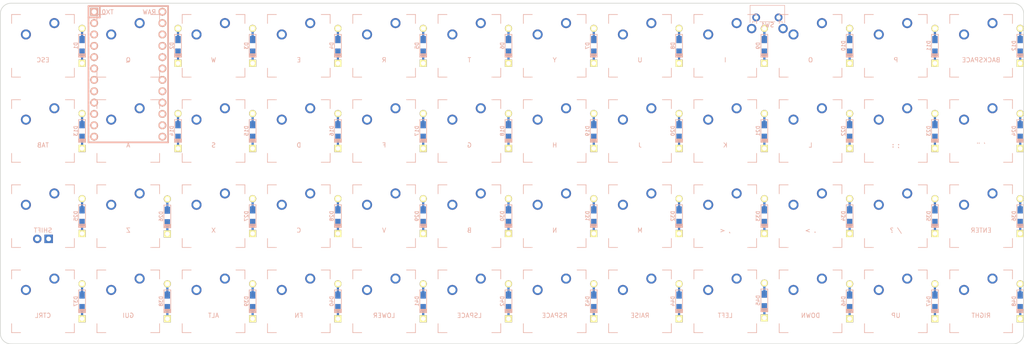
<source format=kicad_pcb>
(kicad_pcb (version 20171130) (host pcbnew "(5.1.4)-1")
  (layers (0 F.Cu signal) (31 B.Cu signal) (34 B.Paste user) (35 F.Paste user) (36 B.SilkS user) (37 F.SilkS user) (38 B.Mask user) (39 F.Mask user) (44 Edge.Cuts user))
  (net 0 "")
  (net 1 ROW0)
  (net 2 "Net-(D1-Pad2)")
  (net 3 ROW1)
  (net 4 "Net-(D2-Pad2)")
  (net 5 ROW2)
  (net 6 "Net-(D3-Pad2)")
  (net 7 ROW3)
  (net 8 "Net-(D4-Pad2)")
  (net 9 "Net-(D5-Pad2)")
  (net 10 "Net-(D6-Pad2)")
  (net 11 "Net-(D7-Pad2)")
  (net 12 "Net-(D8-Pad2)")
  (net 13 "Net-(D9-Pad2)")
  (net 14 "Net-(D10-Pad2)")
  (net 15 "Net-(D11-Pad2)")
  (net 16 "Net-(D12-Pad2)")
  (net 17 "Net-(D13-Pad2)")
  (net 18 "Net-(D14-Pad2)")
  (net 19 "Net-(D15-Pad2)")
  (net 20 "Net-(D16-Pad2)")
  (net 21 "Net-(D17-Pad2)")
  (net 22 "Net-(D18-Pad2)")
  (net 23 "Net-(D19-Pad2)")
  (net 24 "Net-(D20-Pad2)")
  (net 25 "Net-(D21-Pad2)")
  (net 26 "Net-(D22-Pad2)")
  (net 27 "Net-(D23-Pad2)")
  (net 28 "Net-(D24-Pad2)")
  (net 29 "Net-(D25-Pad2)")
  (net 30 "Net-(D26-Pad2)")
  (net 31 "Net-(D27-Pad2)")
  (net 32 "Net-(D28-Pad2)")
  (net 33 "Net-(D29-Pad2)")
  (net 34 "Net-(D30-Pad2)")
  (net 35 "Net-(D31-Pad2)")
  (net 36 "Net-(D32-Pad2)")
  (net 37 "Net-(D33-Pad2)")
  (net 38 "Net-(D34-Pad2)")
  (net 39 "Net-(D35-Pad2)")
  (net 40 "Net-(D36-Pad2)")
  (net 41 "Net-(D37-Pad2)")
  (net 42 "Net-(D38-Pad2)")
  (net 43 "Net-(D39-Pad2)")
  (net 44 "Net-(D40-Pad2)")
  (net 45 "Net-(D41-Pad2)")
  (net 46 "Net-(D42-Pad2)")
  (net 47 "Net-(D43-Pad2)")
  (net 48 "Net-(D44-Pad2)")
  (net 49 "Net-(D45-Pad2)")
  (net 50 "Net-(D46-Pad2)")
  (net 51 "Net-(D47-Pad2)")
  (net 52 "Net-(D48-Pad2)")
  (net 53 COL0)
  (net 54 LEDPIN)
  (net 55 +5V)
  (net 56 COL1)
  (net 57 COL2)
  (net 58 COL3)
  (net 59 COL4)
  (net 60 COL5)
  (net 61 COL6)
  (net 62 COL7)
  (net 63 COL8)
  (net 64 COL9)
  (net 65 COL10)
  (net 66 COL11)
  (net 67 GND)
  (net 68 "Net-(SW1-Pad1)")
  (net 69 "Net-(U1-Pad24)")
  (net 70 "Net-(U1-Pad20)")
  (net 71 "Net-(U1-Pad19)")
  (net 72 "Net-(U1-Pad18)")
  (net 73 "Net-(U1-Pad17)")
  (net 74 "Net-(U1-Pad16)")
  (net 75 "Net-(U1-Pad15)")
  (net 76 "Net-(U1-Pad14)")
  (net 77 "Net-(U1-Pad13)")
  (net 78 "Net-(U1-Pad12)")
  (net 79 "Net-(U1-Pad11)")
  (net 80 "Net-(U1-Pad10)")
  (net 81 "Net-(U1-Pad9)")
  (net 82 "Net-(U1-Pad8)")
  (net 83 "Net-(U1-Pad7)")
  (net 84 "Net-(U1-Pad6)")
  (net 85 "Net-(U1-Pad5)")
  (net 86 "Net-(U1-Pad2)")
  (net 87 "Net-(U1-Pad1)")
  (module MX_Only:MXOnly-1U-NoLED-EDIT (layer F.Cu) (at 254 132.55625)
    (fp_text reference MX48)
    (fp_text value RIGHT (at 0 3.175) (layer B.SilkS) (effects (justify mirror)))
    (pad 2 thru_hole circle (at 2.54 -5.08) (size 2.25 2.25) (drill 1.47) (layers *.Cu B.Mask) (net 52 "Net-(D48-Pad2)"))
    (pad "" np_thru_hole circle (at 0 0) (size 3.9878 3.9878) (drill 3.9878) (layers *.Cu *.Mask))
    (pad 1 thru_hole circle (at -3.81 -2.54) (size 2.25 2.25) (drill 1.47) (layers *.Cu B.Mask) (net 66 COL11))
    (pad "" np_thru_hole circle (at -5.08 0 48.0996) (size 1.75 1.75) (drill 1.75) (layers *.Cu *.Mask))
    (pad "" np_thru_hole circle (at 5.08 0 48.0996) (size 1.75 1.75) (drill 1.75) (layers *.Cu *.Mask))
  )
  (module MX_Only:MXOnly-1U-NoLED-EDIT (layer F.Cu) (at 234.95 132.55625)
    (fp_text reference MX47)
    (fp_text value UP (at 0 3.175) (layer B.SilkS) (effects (justify mirror)))
    (pad 2 thru_hole circle (at 2.54 -5.08) (size 2.25 2.25) (drill 1.47) (layers *.Cu B.Mask) (net 51 "Net-(D47-Pad2)"))
    (pad "" np_thru_hole circle (at 0 0) (size 3.9878 3.9878) (drill 3.9878) (layers *.Cu *.Mask))
    (pad 1 thru_hole circle (at -3.81 -2.54) (size 2.25 2.25) (drill 1.47) (layers *.Cu B.Mask) (net 65 COL10))
    (pad "" np_thru_hole circle (at -5.08 0 48.0996) (size 1.75 1.75) (drill 1.75) (layers *.Cu *.Mask))
    (pad "" np_thru_hole circle (at 5.08 0 48.0996) (size 1.75 1.75) (drill 1.75) (layers *.Cu *.Mask))
  )
  (module MX_Only:MXOnly-1U-NoLED-EDIT (layer F.Cu) (at 215.9 132.55625)
    (fp_text reference MX46)
    (fp_text value DOWN (at 0 3.175) (layer B.SilkS) (effects (justify mirror)))
    (pad 2 thru_hole circle (at 2.54 -5.08) (size 2.25 2.25) (drill 1.47) (layers *.Cu B.Mask) (net 50 "Net-(D46-Pad2)"))
    (pad "" np_thru_hole circle (at 0 0) (size 3.9878 3.9878) (drill 3.9878) (layers *.Cu *.Mask))
    (pad 1 thru_hole circle (at -3.81 -2.54) (size 2.25 2.25) (drill 1.47) (layers *.Cu B.Mask) (net 64 COL9))
    (pad "" np_thru_hole circle (at -5.08 0 48.0996) (size 1.75 1.75) (drill 1.75) (layers *.Cu *.Mask))
    (pad "" np_thru_hole circle (at 5.08 0 48.0996) (size 1.75 1.75) (drill 1.75) (layers *.Cu *.Mask))
  )
  (module MX_Only:MXOnly-1U-NoLED-EDIT (layer F.Cu) (at 196.85 132.55625)
    (fp_text reference MX45)
    (fp_text value LEFT (at 0 3.175) (layer B.SilkS) (effects (justify mirror)))
    (pad 2 thru_hole circle (at 2.54 -5.08) (size 2.25 2.25) (drill 1.47) (layers *.Cu B.Mask) (net 49 "Net-(D45-Pad2)"))
    (pad "" np_thru_hole circle (at 0 0) (size 3.9878 3.9878) (drill 3.9878) (layers *.Cu *.Mask))
    (pad 1 thru_hole circle (at -3.81 -2.54) (size 2.25 2.25) (drill 1.47) (layers *.Cu B.Mask) (net 63 COL8))
    (pad "" np_thru_hole circle (at -5.08 0 48.0996) (size 1.75 1.75) (drill 1.75) (layers *.Cu *.Mask))
    (pad "" np_thru_hole circle (at 5.08 0 48.0996) (size 1.75 1.75) (drill 1.75) (layers *.Cu *.Mask))
  )
  (module MX_Only:MXOnly-1U-NoLED-EDIT (layer F.Cu) (at 177.8 132.55625)
    (fp_text reference MX44)
    (fp_text value RAISE (at 0 3.175) (layer B.SilkS) (effects (justify mirror)))
    (pad 2 thru_hole circle (at 2.54 -5.08) (size 2.25 2.25) (drill 1.47) (layers *.Cu B.Mask) (net 48 "Net-(D44-Pad2)"))
    (pad "" np_thru_hole circle (at 0 0) (size 3.9878 3.9878) (drill 3.9878) (layers *.Cu *.Mask))
    (pad 1 thru_hole circle (at -3.81 -2.54) (size 2.25 2.25) (drill 1.47) (layers *.Cu B.Mask) (net 62 COL7))
    (pad "" np_thru_hole circle (at -5.08 0 48.0996) (size 1.75 1.75) (drill 1.75) (layers *.Cu *.Mask))
    (pad "" np_thru_hole circle (at 5.08 0 48.0996) (size 1.75 1.75) (drill 1.75) (layers *.Cu *.Mask))
  )
  (module MX_Only:MXOnly-1U-NoLED-EDIT (layer F.Cu) (at 158.75 132.55625)
    (fp_text reference MX43)
    (fp_text value RSPACE (at 0 3.175) (layer B.SilkS) (effects (justify mirror)))
    (pad 2 thru_hole circle (at 2.54 -5.08) (size 2.25 2.25) (drill 1.47) (layers *.Cu B.Mask) (net 47 "Net-(D43-Pad2)"))
    (pad "" np_thru_hole circle (at 0 0) (size 3.9878 3.9878) (drill 3.9878) (layers *.Cu *.Mask))
    (pad 1 thru_hole circle (at -3.81 -2.54) (size 2.25 2.25) (drill 1.47) (layers *.Cu B.Mask) (net 61 COL6))
    (pad "" np_thru_hole circle (at -5.08 0 48.0996) (size 1.75 1.75) (drill 1.75) (layers *.Cu *.Mask))
    (pad "" np_thru_hole circle (at 5.08 0 48.0996) (size 1.75 1.75) (drill 1.75) (layers *.Cu *.Mask))
  )
  (module MX_Only:MXOnly-1U-NoLED-EDIT (layer F.Cu) (at 139.7 132.55625)
    (fp_text reference MX42)
    (fp_text value LSPACE (at 0 3.175) (layer B.SilkS) (effects (justify mirror)))
    (pad 2 thru_hole circle (at 2.54 -5.08) (size 2.25 2.25) (drill 1.47) (layers *.Cu B.Mask) (net 46 "Net-(D42-Pad2)"))
    (pad "" np_thru_hole circle (at 0 0) (size 3.9878 3.9878) (drill 3.9878) (layers *.Cu *.Mask))
    (pad 1 thru_hole circle (at -3.81 -2.54) (size 2.25 2.25) (drill 1.47) (layers *.Cu B.Mask) (net 60 COL5))
    (pad "" np_thru_hole circle (at -5.08 0 48.0996) (size 1.75 1.75) (drill 1.75) (layers *.Cu *.Mask))
    (pad "" np_thru_hole circle (at 5.08 0 48.0996) (size 1.75 1.75) (drill 1.75) (layers *.Cu *.Mask))
  )
  (module MX_Only:MXOnly-1U-NoLED-EDIT (layer F.Cu) (at 120.65 132.55625)
    (fp_text reference MX41)
    (fp_text value LOWER (at 0 3.175) (layer B.SilkS) (effects (justify mirror)))
    (pad 2 thru_hole circle (at 2.54 -5.08) (size 2.25 2.25) (drill 1.47) (layers *.Cu B.Mask) (net 45 "Net-(D41-Pad2)"))
    (pad "" np_thru_hole circle (at 0 0) (size 3.9878 3.9878) (drill 3.9878) (layers *.Cu *.Mask))
    (pad 1 thru_hole circle (at -3.81 -2.54) (size 2.25 2.25) (drill 1.47) (layers *.Cu B.Mask) (net 59 COL4))
    (pad "" np_thru_hole circle (at -5.08 0 48.0996) (size 1.75 1.75) (drill 1.75) (layers *.Cu *.Mask))
    (pad "" np_thru_hole circle (at 5.08 0 48.0996) (size 1.75 1.75) (drill 1.75) (layers *.Cu *.Mask))
  )
  (module MX_Only:MXOnly-1U-NoLED-EDIT (layer F.Cu) (at 101.6 132.55625)
    (fp_text reference MX40)
    (fp_text value FN (at 0 3.175) (layer B.SilkS) (effects (justify mirror)))
    (pad 2 thru_hole circle (at 2.54 -5.08) (size 2.25 2.25) (drill 1.47) (layers *.Cu B.Mask) (net 44 "Net-(D40-Pad2)"))
    (pad "" np_thru_hole circle (at 0 0) (size 3.9878 3.9878) (drill 3.9878) (layers *.Cu *.Mask))
    (pad 1 thru_hole circle (at -3.81 -2.54) (size 2.25 2.25) (drill 1.47) (layers *.Cu B.Mask) (net 58 COL3))
    (pad "" np_thru_hole circle (at -5.08 0 48.0996) (size 1.75 1.75) (drill 1.75) (layers *.Cu *.Mask))
    (pad "" np_thru_hole circle (at 5.08 0 48.0996) (size 1.75 1.75) (drill 1.75) (layers *.Cu *.Mask))
  )
  (module MX_Only:MXOnly-1U-NoLED-EDIT (layer F.Cu) (at 82.55 132.55625)
    (fp_text reference MX39)
    (fp_text value ALT (at 0 3.175) (layer B.SilkS) (effects (justify mirror)))
    (pad 2 thru_hole circle (at 2.54 -5.08) (size 2.25 2.25) (drill 1.47) (layers *.Cu B.Mask) (net 43 "Net-(D39-Pad2)"))
    (pad "" np_thru_hole circle (at 0 0) (size 3.9878 3.9878) (drill 3.9878) (layers *.Cu *.Mask))
    (pad 1 thru_hole circle (at -3.81 -2.54) (size 2.25 2.25) (drill 1.47) (layers *.Cu B.Mask) (net 57 COL2))
    (pad "" np_thru_hole circle (at -5.08 0 48.0996) (size 1.75 1.75) (drill 1.75) (layers *.Cu *.Mask))
    (pad "" np_thru_hole circle (at 5.08 0 48.0996) (size 1.75 1.75) (drill 1.75) (layers *.Cu *.Mask))
  )
  (module MX_Only:MXOnly-1U-NoLED-EDIT (layer F.Cu) (at 63.5 132.55625)
    (fp_text reference MX38)
    (fp_text value GUI (at 0 3.175) (layer B.SilkS) (effects (justify mirror)))
    (pad 2 thru_hole circle (at 2.54 -5.08) (size 2.25 2.25) (drill 1.47) (layers *.Cu B.Mask) (net 42 "Net-(D38-Pad2)"))
    (pad "" np_thru_hole circle (at 0 0) (size 3.9878 3.9878) (drill 3.9878) (layers *.Cu *.Mask))
    (pad 1 thru_hole circle (at -3.81 -2.54) (size 2.25 2.25) (drill 1.47) (layers *.Cu B.Mask) (net 56 COL1))
    (pad "" np_thru_hole circle (at -5.08 0 48.0996) (size 1.75 1.75) (drill 1.75) (layers *.Cu *.Mask))
    (pad "" np_thru_hole circle (at 5.08 0 48.0996) (size 1.75 1.75) (drill 1.75) (layers *.Cu *.Mask))
  )
  (module MX_Only:MXOnly-1U-NoLED-EDIT (layer F.Cu) (at 44.45 132.55625)
    (fp_text reference MX37)
    (fp_text value CTRL (at 0 3.175) (layer B.SilkS) (effects (justify mirror)))
    (pad 2 thru_hole circle (at 2.54 -5.08) (size 2.25 2.25) (drill 1.47) (layers *.Cu B.Mask) (net 41 "Net-(D37-Pad2)"))
    (pad "" np_thru_hole circle (at 0 0) (size 3.9878 3.9878) (drill 3.9878) (layers *.Cu *.Mask))
    (pad 1 thru_hole circle (at -3.81 -2.54) (size 2.25 2.25) (drill 1.47) (layers *.Cu B.Mask) (net 53 COL0))
    (pad "" np_thru_hole circle (at -5.08 0 48.0996) (size 1.75 1.75) (drill 1.75) (layers *.Cu *.Mask))
    (pad "" np_thru_hole circle (at 5.08 0 48.0996) (size 1.75 1.75) (drill 1.75) (layers *.Cu *.Mask))
  )
  (module MX_Only:MXOnly-1U-NoLED-EDIT (layer F.Cu) (at 254 113.50625)
    (fp_text reference MX36)
    (fp_text value ENTER (at 0 3.175) (layer B.SilkS) (effects (justify mirror)))
    (pad 2 thru_hole circle (at 2.54 -5.08) (size 2.25 2.25) (drill 1.47) (layers *.Cu B.Mask) (net 40 "Net-(D36-Pad2)"))
    (pad "" np_thru_hole circle (at 0 0) (size 3.9878 3.9878) (drill 3.9878) (layers *.Cu *.Mask))
    (pad 1 thru_hole circle (at -3.81 -2.54) (size 2.25 2.25) (drill 1.47) (layers *.Cu B.Mask) (net 66 COL11))
    (pad "" np_thru_hole circle (at -5.08 0 48.0996) (size 1.75 1.75) (drill 1.75) (layers *.Cu *.Mask))
    (pad "" np_thru_hole circle (at 5.08 0 48.0996) (size 1.75 1.75) (drill 1.75) (layers *.Cu *.Mask))
  )
  (module MX_Only:MXOnly-1U-NoLED-EDIT (layer F.Cu) (at 234.95 113.50625)
    (fp_text reference MX35)
    (fp_text value "/ ?" (at 0 3.175) (layer B.SilkS) (effects (justify mirror)))
    (pad 2 thru_hole circle (at 2.54 -5.08) (size 2.25 2.25) (drill 1.47) (layers *.Cu B.Mask) (net 39 "Net-(D35-Pad2)"))
    (pad "" np_thru_hole circle (at 0 0) (size 3.9878 3.9878) (drill 3.9878) (layers *.Cu *.Mask))
    (pad 1 thru_hole circle (at -3.81 -2.54) (size 2.25 2.25) (drill 1.47) (layers *.Cu B.Mask) (net 65 COL10))
    (pad "" np_thru_hole circle (at -5.08 0 48.0996) (size 1.75 1.75) (drill 1.75) (layers *.Cu *.Mask))
    (pad "" np_thru_hole circle (at 5.08 0 48.0996) (size 1.75 1.75) (drill 1.75) (layers *.Cu *.Mask))
  )
  (module MX_Only:MXOnly-1U-NoLED-EDIT (layer F.Cu) (at 215.9 113.50625)
    (fp_text reference MX34)
    (fp_text value ". >" (at 0 3.175) (layer B.SilkS) (effects (justify mirror)))
    (pad 2 thru_hole circle (at 2.54 -5.08) (size 2.25 2.25) (drill 1.47) (layers *.Cu B.Mask) (net 38 "Net-(D34-Pad2)"))
    (pad "" np_thru_hole circle (at 0 0) (size 3.9878 3.9878) (drill 3.9878) (layers *.Cu *.Mask))
    (pad 1 thru_hole circle (at -3.81 -2.54) (size 2.25 2.25) (drill 1.47) (layers *.Cu B.Mask) (net 64 COL9))
    (pad "" np_thru_hole circle (at -5.08 0 48.0996) (size 1.75 1.75) (drill 1.75) (layers *.Cu *.Mask))
    (pad "" np_thru_hole circle (at 5.08 0 48.0996) (size 1.75 1.75) (drill 1.75) (layers *.Cu *.Mask))
  )
  (module MX_Only:MXOnly-1U-NoLED-EDIT (layer F.Cu) (at 196.85 113.50625)
    (fp_text reference MX33)
    (fp_text value ", <" (at 0 3.175) (layer B.SilkS) (effects (justify mirror)))
    (pad 2 thru_hole circle (at 2.54 -5.08) (size 2.25 2.25) (drill 1.47) (layers *.Cu B.Mask) (net 37 "Net-(D33-Pad2)"))
    (pad "" np_thru_hole circle (at 0 0) (size 3.9878 3.9878) (drill 3.9878) (layers *.Cu *.Mask))
    (pad 1 thru_hole circle (at -3.81 -2.54) (size 2.25 2.25) (drill 1.47) (layers *.Cu B.Mask) (net 63 COL8))
    (pad "" np_thru_hole circle (at -5.08 0 48.0996) (size 1.75 1.75) (drill 1.75) (layers *.Cu *.Mask))
    (pad "" np_thru_hole circle (at 5.08 0 48.0996) (size 1.75 1.75) (drill 1.75) (layers *.Cu *.Mask))
  )
  (module MX_Only:MXOnly-1U-NoLED-EDIT (layer F.Cu) (at 177.8 113.50625)
    (fp_text reference MX32)
    (fp_text value M (at 0 3.175) (layer B.SilkS) (effects (justify mirror)))
    (pad 2 thru_hole circle (at 2.54 -5.08) (size 2.25 2.25) (drill 1.47) (layers *.Cu B.Mask) (net 36 "Net-(D32-Pad2)"))
    (pad "" np_thru_hole circle (at 0 0) (size 3.9878 3.9878) (drill 3.9878) (layers *.Cu *.Mask))
    (pad 1 thru_hole circle (at -3.81 -2.54) (size 2.25 2.25) (drill 1.47) (layers *.Cu B.Mask) (net 62 COL7))
    (pad "" np_thru_hole circle (at -5.08 0 48.0996) (size 1.75 1.75) (drill 1.75) (layers *.Cu *.Mask))
    (pad "" np_thru_hole circle (at 5.08 0 48.0996) (size 1.75 1.75) (drill 1.75) (layers *.Cu *.Mask))
  )
  (module MX_Only:MXOnly-1U-NoLED-EDIT (layer F.Cu) (at 158.75 113.50625)
    (fp_text reference MX31)
    (fp_text value N (at 0 3.175) (layer B.SilkS) (effects (justify mirror)))
    (pad 2 thru_hole circle (at 2.54 -5.08) (size 2.25 2.25) (drill 1.47) (layers *.Cu B.Mask) (net 35 "Net-(D31-Pad2)"))
    (pad "" np_thru_hole circle (at 0 0) (size 3.9878 3.9878) (drill 3.9878) (layers *.Cu *.Mask))
    (pad 1 thru_hole circle (at -3.81 -2.54) (size 2.25 2.25) (drill 1.47) (layers *.Cu B.Mask) (net 61 COL6))
    (pad "" np_thru_hole circle (at -5.08 0 48.0996) (size 1.75 1.75) (drill 1.75) (layers *.Cu *.Mask))
    (pad "" np_thru_hole circle (at 5.08 0 48.0996) (size 1.75 1.75) (drill 1.75) (layers *.Cu *.Mask))
  )
  (module MX_Only:MXOnly-1U-NoLED-EDIT (layer F.Cu) (at 139.7 113.50625)
    (fp_text reference MX30)
    (fp_text value B (at 0 3.175) (layer B.SilkS) (effects (justify mirror)))
    (pad 2 thru_hole circle (at 2.54 -5.08) (size 2.25 2.25) (drill 1.47) (layers *.Cu B.Mask) (net 34 "Net-(D30-Pad2)"))
    (pad "" np_thru_hole circle (at 0 0) (size 3.9878 3.9878) (drill 3.9878) (layers *.Cu *.Mask))
    (pad 1 thru_hole circle (at -3.81 -2.54) (size 2.25 2.25) (drill 1.47) (layers *.Cu B.Mask) (net 60 COL5))
    (pad "" np_thru_hole circle (at -5.08 0 48.0996) (size 1.75 1.75) (drill 1.75) (layers *.Cu *.Mask))
    (pad "" np_thru_hole circle (at 5.08 0 48.0996) (size 1.75 1.75) (drill 1.75) (layers *.Cu *.Mask))
  )
  (module MX_Only:MXOnly-1U-NoLED-EDIT (layer F.Cu) (at 120.65 113.50625)
    (fp_text reference MX29)
    (fp_text value V (at 0 3.175) (layer B.SilkS) (effects (justify mirror)))
    (pad 2 thru_hole circle (at 2.54 -5.08) (size 2.25 2.25) (drill 1.47) (layers *.Cu B.Mask) (net 33 "Net-(D29-Pad2)"))
    (pad "" np_thru_hole circle (at 0 0) (size 3.9878 3.9878) (drill 3.9878) (layers *.Cu *.Mask))
    (pad 1 thru_hole circle (at -3.81 -2.54) (size 2.25 2.25) (drill 1.47) (layers *.Cu B.Mask) (net 59 COL4))
    (pad "" np_thru_hole circle (at -5.08 0 48.0996) (size 1.75 1.75) (drill 1.75) (layers *.Cu *.Mask))
    (pad "" np_thru_hole circle (at 5.08 0 48.0996) (size 1.75 1.75) (drill 1.75) (layers *.Cu *.Mask))
  )
  (module MX_Only:MXOnly-1U-NoLED-EDIT (layer F.Cu) (at 101.6 113.50625)
    (fp_text reference MX28)
    (fp_text value C (at 0 3.175) (layer B.SilkS) (effects (justify mirror)))
    (pad 2 thru_hole circle (at 2.54 -5.08) (size 2.25 2.25) (drill 1.47) (layers *.Cu B.Mask) (net 32 "Net-(D28-Pad2)"))
    (pad "" np_thru_hole circle (at 0 0) (size 3.9878 3.9878) (drill 3.9878) (layers *.Cu *.Mask))
    (pad 1 thru_hole circle (at -3.81 -2.54) (size 2.25 2.25) (drill 1.47) (layers *.Cu B.Mask) (net 58 COL3))
    (pad "" np_thru_hole circle (at -5.08 0 48.0996) (size 1.75 1.75) (drill 1.75) (layers *.Cu *.Mask))
    (pad "" np_thru_hole circle (at 5.08 0 48.0996) (size 1.75 1.75) (drill 1.75) (layers *.Cu *.Mask))
  )
  (module MX_Only:MXOnly-1U-NoLED-EDIT (layer F.Cu) (at 82.55 113.50625)
    (fp_text reference MX27)
    (fp_text value X (at 0 3.175) (layer B.SilkS) (effects (justify mirror)))
    (pad 2 thru_hole circle (at 2.54 -5.08) (size 2.25 2.25) (drill 1.47) (layers *.Cu B.Mask) (net 31 "Net-(D27-Pad2)"))
    (pad "" np_thru_hole circle (at 0 0) (size 3.9878 3.9878) (drill 3.9878) (layers *.Cu *.Mask))
    (pad 1 thru_hole circle (at -3.81 -2.54) (size 2.25 2.25) (drill 1.47) (layers *.Cu B.Mask) (net 57 COL2))
    (pad "" np_thru_hole circle (at -5.08 0 48.0996) (size 1.75 1.75) (drill 1.75) (layers *.Cu *.Mask))
    (pad "" np_thru_hole circle (at 5.08 0 48.0996) (size 1.75 1.75) (drill 1.75) (layers *.Cu *.Mask))
  )
  (module MX_Only:MXOnly-1U-NoLED-EDIT (layer F.Cu) (at 63.5 113.50625)
    (fp_text reference MX26)
    (fp_text value Z (at 0 3.175) (layer B.SilkS) (effects (justify mirror)))
    (pad 2 thru_hole circle (at 2.54 -5.08) (size 2.25 2.25) (drill 1.47) (layers *.Cu B.Mask) (net 30 "Net-(D26-Pad2)"))
    (pad "" np_thru_hole circle (at 0 0) (size 3.9878 3.9878) (drill 3.9878) (layers *.Cu *.Mask))
    (pad 1 thru_hole circle (at -3.81 -2.54) (size 2.25 2.25) (drill 1.47) (layers *.Cu B.Mask) (net 56 COL1))
    (pad "" np_thru_hole circle (at -5.08 0 48.0996) (size 1.75 1.75) (drill 1.75) (layers *.Cu *.Mask))
    (pad "" np_thru_hole circle (at 5.08 0 48.0996) (size 1.75 1.75) (drill 1.75) (layers *.Cu *.Mask))
  )
  (module MX_Only:MXOnly-1U-EDIT (layer F.Cu) (at 44.45 113.50625)
    (fp_text reference MX25)
    (fp_text value SHIFT (at 0 3.175) (layer B.SilkS) (effects (justify mirror)))
    (pad "" np_thru_hole circle (at 5.08 0 48.0996) (size 1.75 1.75) (drill 1.75) (layers *.Cu *.Mask))
    (pad "" np_thru_hole circle (at -5.08 0 48.0996) (size 1.75 1.75) (drill 1.75) (layers *.Cu *.Mask))
    (pad 4 thru_hole rect (at 1.27 5.08) (size 1.905 1.905) (drill 1.04) (layers *.Cu B.Mask) (net 54 LEDPIN))
    (pad 3 thru_hole circle (at -1.27 5.08) (size 1.905 1.905) (drill 1.04) (layers *.Cu B.Mask) (net 55 +5V))
    (pad 1 thru_hole circle (at -3.81 -2.54) (size 2.25 2.25) (drill 1.47) (layers *.Cu B.Mask) (net 53 COL0))
    (pad "" np_thru_hole circle (at 0 0) (size 3.9878 3.9878) (drill 3.9878) (layers *.Cu *.Mask))
    (pad 2 thru_hole circle (at 2.54 -5.08) (size 2.25 2.25) (drill 1.47) (layers *.Cu B.Mask) (net 29 "Net-(D25-Pad2)"))
  )
  (module MX_Only:MXOnly-1U-NoLED-EDIT (layer F.Cu) (at 254 94.45625)
    (fp_text reference MX24)
    (fp_text value "' \"" (at 0 3.175) (layer B.SilkS) (effects (justify mirror)))
    (pad 2 thru_hole circle (at 2.54 -5.08) (size 2.25 2.25) (drill 1.47) (layers *.Cu B.Mask) (net 28 "Net-(D24-Pad2)"))
    (pad "" np_thru_hole circle (at 0 0) (size 3.9878 3.9878) (drill 3.9878) (layers *.Cu *.Mask))
    (pad 1 thru_hole circle (at -3.81 -2.54) (size 2.25 2.25) (drill 1.47) (layers *.Cu B.Mask) (net 66 COL11))
    (pad "" np_thru_hole circle (at -5.08 0 48.0996) (size 1.75 1.75) (drill 1.75) (layers *.Cu *.Mask))
    (pad "" np_thru_hole circle (at 5.08 0 48.0996) (size 1.75 1.75) (drill 1.75) (layers *.Cu *.Mask))
  )
  (module MX_Only:MXOnly-1U-NoLED-EDIT (layer F.Cu) (at 234.95 94.45625)
    (fp_text reference MX23)
    (fp_text value "; :" (at 0 3.175) (layer B.SilkS) (effects (justify mirror)))
    (pad 2 thru_hole circle (at 2.54 -5.08) (size 2.25 2.25) (drill 1.47) (layers *.Cu B.Mask) (net 27 "Net-(D23-Pad2)"))
    (pad "" np_thru_hole circle (at 0 0) (size 3.9878 3.9878) (drill 3.9878) (layers *.Cu *.Mask))
    (pad 1 thru_hole circle (at -3.81 -2.54) (size 2.25 2.25) (drill 1.47) (layers *.Cu B.Mask) (net 65 COL10))
    (pad "" np_thru_hole circle (at -5.08 0 48.0996) (size 1.75 1.75) (drill 1.75) (layers *.Cu *.Mask))
    (pad "" np_thru_hole circle (at 5.08 0 48.0996) (size 1.75 1.75) (drill 1.75) (layers *.Cu *.Mask))
  )
  (module MX_Only:MXOnly-1U-NoLED-EDIT (layer F.Cu) (at 215.9 94.45625)
    (fp_text reference MX22)
    (fp_text value L (at 0 3.175) (layer B.SilkS) (effects (justify mirror)))
    (pad 2 thru_hole circle (at 2.54 -5.08) (size 2.25 2.25) (drill 1.47) (layers *.Cu B.Mask) (net 26 "Net-(D22-Pad2)"))
    (pad "" np_thru_hole circle (at 0 0) (size 3.9878 3.9878) (drill 3.9878) (layers *.Cu *.Mask))
    (pad 1 thru_hole circle (at -3.81 -2.54) (size 2.25 2.25) (drill 1.47) (layers *.Cu B.Mask) (net 64 COL9))
    (pad "" np_thru_hole circle (at -5.08 0 48.0996) (size 1.75 1.75) (drill 1.75) (layers *.Cu *.Mask))
    (pad "" np_thru_hole circle (at 5.08 0 48.0996) (size 1.75 1.75) (drill 1.75) (layers *.Cu *.Mask))
  )
  (module MX_Only:MXOnly-1U-NoLED-EDIT (layer F.Cu) (at 196.85 94.45625)
    (fp_text reference MX21)
    (fp_text value K (at 0 3.175) (layer B.SilkS) (effects (justify mirror)))
    (pad 2 thru_hole circle (at 2.54 -5.08) (size 2.25 2.25) (drill 1.47) (layers *.Cu B.Mask) (net 25 "Net-(D21-Pad2)"))
    (pad "" np_thru_hole circle (at 0 0) (size 3.9878 3.9878) (drill 3.9878) (layers *.Cu *.Mask))
    (pad 1 thru_hole circle (at -3.81 -2.54) (size 2.25 2.25) (drill 1.47) (layers *.Cu B.Mask) (net 63 COL8))
    (pad "" np_thru_hole circle (at -5.08 0 48.0996) (size 1.75 1.75) (drill 1.75) (layers *.Cu *.Mask))
    (pad "" np_thru_hole circle (at 5.08 0 48.0996) (size 1.75 1.75) (drill 1.75) (layers *.Cu *.Mask))
  )
  (module MX_Only:MXOnly-1U-NoLED-EDIT (layer F.Cu) (at 177.8 94.45625)
    (fp_text reference MX20)
    (fp_text value J (at 0 3.175) (layer B.SilkS) (effects (justify mirror)))
    (pad 2 thru_hole circle (at 2.54 -5.08) (size 2.25 2.25) (drill 1.47) (layers *.Cu B.Mask) (net 24 "Net-(D20-Pad2)"))
    (pad "" np_thru_hole circle (at 0 0) (size 3.9878 3.9878) (drill 3.9878) (layers *.Cu *.Mask))
    (pad 1 thru_hole circle (at -3.81 -2.54) (size 2.25 2.25) (drill 1.47) (layers *.Cu B.Mask) (net 62 COL7))
    (pad "" np_thru_hole circle (at -5.08 0 48.0996) (size 1.75 1.75) (drill 1.75) (layers *.Cu *.Mask))
    (pad "" np_thru_hole circle (at 5.08 0 48.0996) (size 1.75 1.75) (drill 1.75) (layers *.Cu *.Mask))
  )
  (module MX_Only:MXOnly-1U-NoLED-EDIT (layer F.Cu) (at 158.75 94.45625)
    (fp_text reference MX19)
    (fp_text value H (at 0 3.175) (layer B.SilkS) (effects (justify mirror)))
    (pad 2 thru_hole circle (at 2.54 -5.08) (size 2.25 2.25) (drill 1.47) (layers *.Cu B.Mask) (net 23 "Net-(D19-Pad2)"))
    (pad "" np_thru_hole circle (at 0 0) (size 3.9878 3.9878) (drill 3.9878) (layers *.Cu *.Mask))
    (pad 1 thru_hole circle (at -3.81 -2.54) (size 2.25 2.25) (drill 1.47) (layers *.Cu B.Mask) (net 61 COL6))
    (pad "" np_thru_hole circle (at -5.08 0 48.0996) (size 1.75 1.75) (drill 1.75) (layers *.Cu *.Mask))
    (pad "" np_thru_hole circle (at 5.08 0 48.0996) (size 1.75 1.75) (drill 1.75) (layers *.Cu *.Mask))
  )
  (module MX_Only:MXOnly-1U-NoLED-EDIT (layer F.Cu) (at 139.7 94.45625)
    (fp_text reference MX18)
    (fp_text value G (at 0 3.175) (layer B.SilkS) (effects (justify mirror)))
    (pad 2 thru_hole circle (at 2.54 -5.08) (size 2.25 2.25) (drill 1.47) (layers *.Cu B.Mask) (net 22 "Net-(D18-Pad2)"))
    (pad "" np_thru_hole circle (at 0 0) (size 3.9878 3.9878) (drill 3.9878) (layers *.Cu *.Mask))
    (pad 1 thru_hole circle (at -3.81 -2.54) (size 2.25 2.25) (drill 1.47) (layers *.Cu B.Mask) (net 60 COL5))
    (pad "" np_thru_hole circle (at -5.08 0 48.0996) (size 1.75 1.75) (drill 1.75) (layers *.Cu *.Mask))
    (pad "" np_thru_hole circle (at 5.08 0 48.0996) (size 1.75 1.75) (drill 1.75) (layers *.Cu *.Mask))
  )
  (module MX_Only:MXOnly-1U-NoLED-EDIT (layer F.Cu) (at 120.65 94.45625)
    (fp_text reference MX17)
    (fp_text value F (at 0 3.175) (layer B.SilkS) (effects (justify mirror)))
    (pad 2 thru_hole circle (at 2.54 -5.08) (size 2.25 2.25) (drill 1.47) (layers *.Cu B.Mask) (net 21 "Net-(D17-Pad2)"))
    (pad "" np_thru_hole circle (at 0 0) (size 3.9878 3.9878) (drill 3.9878) (layers *.Cu *.Mask))
    (pad 1 thru_hole circle (at -3.81 -2.54) (size 2.25 2.25) (drill 1.47) (layers *.Cu B.Mask) (net 59 COL4))
    (pad "" np_thru_hole circle (at -5.08 0 48.0996) (size 1.75 1.75) (drill 1.75) (layers *.Cu *.Mask))
    (pad "" np_thru_hole circle (at 5.08 0 48.0996) (size 1.75 1.75) (drill 1.75) (layers *.Cu *.Mask))
  )
  (module MX_Only:MXOnly-1U-NoLED-EDIT (layer F.Cu) (at 101.6 94.45625)
    (fp_text reference MX16)
    (fp_text value D (at 0 3.175) (layer B.SilkS) (effects (justify mirror)))
    (pad 2 thru_hole circle (at 2.54 -5.08) (size 2.25 2.25) (drill 1.47) (layers *.Cu B.Mask) (net 20 "Net-(D16-Pad2)"))
    (pad "" np_thru_hole circle (at 0 0) (size 3.9878 3.9878) (drill 3.9878) (layers *.Cu *.Mask))
    (pad 1 thru_hole circle (at -3.81 -2.54) (size 2.25 2.25) (drill 1.47) (layers *.Cu B.Mask) (net 58 COL3))
    (pad "" np_thru_hole circle (at -5.08 0 48.0996) (size 1.75 1.75) (drill 1.75) (layers *.Cu *.Mask))
    (pad "" np_thru_hole circle (at 5.08 0 48.0996) (size 1.75 1.75) (drill 1.75) (layers *.Cu *.Mask))
  )
  (module MX_Only:MXOnly-1U-NoLED-EDIT (layer F.Cu) (at 82.55 94.45625)
    (fp_text reference MX15)
    (fp_text value S (at 0 3.175) (layer B.SilkS) (effects (justify mirror)))
    (pad 2 thru_hole circle (at 2.54 -5.08) (size 2.25 2.25) (drill 1.47) (layers *.Cu B.Mask) (net 19 "Net-(D15-Pad2)"))
    (pad "" np_thru_hole circle (at 0 0) (size 3.9878 3.9878) (drill 3.9878) (layers *.Cu *.Mask))
    (pad 1 thru_hole circle (at -3.81 -2.54) (size 2.25 2.25) (drill 1.47) (layers *.Cu B.Mask) (net 57 COL2))
    (pad "" np_thru_hole circle (at -5.08 0 48.0996) (size 1.75 1.75) (drill 1.75) (layers *.Cu *.Mask))
    (pad "" np_thru_hole circle (at 5.08 0 48.0996) (size 1.75 1.75) (drill 1.75) (layers *.Cu *.Mask))
  )
  (module MX_Only:MXOnly-1U-NoLED-EDIT (layer F.Cu) (at 63.5 94.45625)
    (fp_text reference MX14)
    (fp_text value A (at 0 3.175) (layer B.SilkS) (effects (justify mirror)))
    (pad 2 thru_hole circle (at 2.54 -5.08) (size 2.25 2.25) (drill 1.47) (layers *.Cu B.Mask) (net 18 "Net-(D14-Pad2)"))
    (pad "" np_thru_hole circle (at 0 0) (size 3.9878 3.9878) (drill 3.9878) (layers *.Cu *.Mask))
    (pad 1 thru_hole circle (at -3.81 -2.54) (size 2.25 2.25) (drill 1.47) (layers *.Cu B.Mask) (net 56 COL1))
    (pad "" np_thru_hole circle (at -5.08 0 48.0996) (size 1.75 1.75) (drill 1.75) (layers *.Cu *.Mask))
    (pad "" np_thru_hole circle (at 5.08 0 48.0996) (size 1.75 1.75) (drill 1.75) (layers *.Cu *.Mask))
  )
  (module MX_Only:MXOnly-1U-NoLED-EDIT (layer F.Cu) (at 44.45 94.45625)
    (fp_text reference MX13)
    (fp_text value TAB (at 0 3.175) (layer B.SilkS) (effects (justify mirror)))
    (pad 2 thru_hole circle (at 2.54 -5.08) (size 2.25 2.25) (drill 1.47) (layers *.Cu B.Mask) (net 17 "Net-(D13-Pad2)"))
    (pad "" np_thru_hole circle (at 0 0) (size 3.9878 3.9878) (drill 3.9878) (layers *.Cu *.Mask))
    (pad 1 thru_hole circle (at -3.81 -2.54) (size 2.25 2.25) (drill 1.47) (layers *.Cu B.Mask) (net 53 COL0))
    (pad "" np_thru_hole circle (at -5.08 0 48.0996) (size 1.75 1.75) (drill 1.75) (layers *.Cu *.Mask))
    (pad "" np_thru_hole circle (at 5.08 0 48.0996) (size 1.75 1.75) (drill 1.75) (layers *.Cu *.Mask))
  )
  (module MX_Only:MXOnly-1U-NoLED-EDIT (layer F.Cu) (at 254 75.40625)
    (fp_text reference MX12)
    (fp_text value BACKSPACE (at 0 3.175) (layer B.SilkS) (effects (justify mirror)))
    (pad 2 thru_hole circle (at 2.54 -5.08) (size 2.25 2.25) (drill 1.47) (layers *.Cu B.Mask) (net 16 "Net-(D12-Pad2)"))
    (pad "" np_thru_hole circle (at 0 0) (size 3.9878 3.9878) (drill 3.9878) (layers *.Cu *.Mask))
    (pad 1 thru_hole circle (at -3.81 -2.54) (size 2.25 2.25) (drill 1.47) (layers *.Cu B.Mask) (net 66 COL11))
    (pad "" np_thru_hole circle (at -5.08 0 48.0996) (size 1.75 1.75) (drill 1.75) (layers *.Cu *.Mask))
    (pad "" np_thru_hole circle (at 5.08 0 48.0996) (size 1.75 1.75) (drill 1.75) (layers *.Cu *.Mask))
  )
  (module MX_Only:MXOnly-1U-NoLED-EDIT (layer F.Cu) (at 234.95 75.40625)
    (fp_text reference MX11)
    (fp_text value P (at 0 3.175) (layer B.SilkS) (effects (justify mirror)))
    (pad 2 thru_hole circle (at 2.54 -5.08) (size 2.25 2.25) (drill 1.47) (layers *.Cu B.Mask) (net 15 "Net-(D11-Pad2)"))
    (pad "" np_thru_hole circle (at 0 0) (size 3.9878 3.9878) (drill 3.9878) (layers *.Cu *.Mask))
    (pad 1 thru_hole circle (at -3.81 -2.54) (size 2.25 2.25) (drill 1.47) (layers *.Cu B.Mask) (net 65 COL10))
    (pad "" np_thru_hole circle (at -5.08 0 48.0996) (size 1.75 1.75) (drill 1.75) (layers *.Cu *.Mask))
    (pad "" np_thru_hole circle (at 5.08 0 48.0996) (size 1.75 1.75) (drill 1.75) (layers *.Cu *.Mask))
  )
  (module MX_Only:MXOnly-1U-NoLED-EDIT (layer F.Cu) (at 215.9 75.40625)
    (fp_text reference MX10)
    (fp_text value O (at 0 3.175) (layer B.SilkS) (effects (justify mirror)))
    (pad 2 thru_hole circle (at 2.54 -5.08) (size 2.25 2.25) (drill 1.47) (layers *.Cu B.Mask) (net 14 "Net-(D10-Pad2)"))
    (pad "" np_thru_hole circle (at 0 0) (size 3.9878 3.9878) (drill 3.9878) (layers *.Cu *.Mask))
    (pad 1 thru_hole circle (at -3.81 -2.54) (size 2.25 2.25) (drill 1.47) (layers *.Cu B.Mask) (net 64 COL9))
    (pad "" np_thru_hole circle (at -5.08 0 48.0996) (size 1.75 1.75) (drill 1.75) (layers *.Cu *.Mask))
    (pad "" np_thru_hole circle (at 5.08 0 48.0996) (size 1.75 1.75) (drill 1.75) (layers *.Cu *.Mask))
  )
  (module MX_Only:MXOnly-1U-NoLED-EDIT (layer F.Cu) (at 196.85 75.40625)
    (fp_text reference MX9)
    (fp_text value I (at 0 3.175) (layer B.SilkS) (effects (justify mirror)))
    (pad 2 thru_hole circle (at 2.54 -5.08) (size 2.25 2.25) (drill 1.47) (layers *.Cu B.Mask) (net 13 "Net-(D9-Pad2)"))
    (pad "" np_thru_hole circle (at 0 0) (size 3.9878 3.9878) (drill 3.9878) (layers *.Cu *.Mask))
    (pad 1 thru_hole circle (at -3.81 -2.54) (size 2.25 2.25) (drill 1.47) (layers *.Cu B.Mask) (net 63 COL8))
    (pad "" np_thru_hole circle (at -5.08 0 48.0996) (size 1.75 1.75) (drill 1.75) (layers *.Cu *.Mask))
    (pad "" np_thru_hole circle (at 5.08 0 48.0996) (size 1.75 1.75) (drill 1.75) (layers *.Cu *.Mask))
  )
  (module MX_Only:MXOnly-1U-NoLED-EDIT (layer F.Cu) (at 177.8 75.40625)
    (fp_text reference MX8)
    (fp_text value U (at 0 3.175) (layer B.SilkS) (effects (justify mirror)))
    (pad 2 thru_hole circle (at 2.54 -5.08) (size 2.25 2.25) (drill 1.47) (layers *.Cu B.Mask) (net 12 "Net-(D8-Pad2)"))
    (pad "" np_thru_hole circle (at 0 0) (size 3.9878 3.9878) (drill 3.9878) (layers *.Cu *.Mask))
    (pad 1 thru_hole circle (at -3.81 -2.54) (size 2.25 2.25) (drill 1.47) (layers *.Cu B.Mask) (net 62 COL7))
    (pad "" np_thru_hole circle (at -5.08 0 48.0996) (size 1.75 1.75) (drill 1.75) (layers *.Cu *.Mask))
    (pad "" np_thru_hole circle (at 5.08 0 48.0996) (size 1.75 1.75) (drill 1.75) (layers *.Cu *.Mask))
  )
  (module MX_Only:MXOnly-1U-NoLED-EDIT (layer F.Cu) (at 158.75 75.40625)
    (fp_text reference MX7)
    (fp_text value Y (at 0 3.175) (layer B.SilkS) (effects (justify mirror)))
    (pad 2 thru_hole circle (at 2.54 -5.08) (size 2.25 2.25) (drill 1.47) (layers *.Cu B.Mask) (net 11 "Net-(D7-Pad2)"))
    (pad "" np_thru_hole circle (at 0 0) (size 3.9878 3.9878) (drill 3.9878) (layers *.Cu *.Mask))
    (pad 1 thru_hole circle (at -3.81 -2.54) (size 2.25 2.25) (drill 1.47) (layers *.Cu B.Mask) (net 61 COL6))
    (pad "" np_thru_hole circle (at -5.08 0 48.0996) (size 1.75 1.75) (drill 1.75) (layers *.Cu *.Mask))
    (pad "" np_thru_hole circle (at 5.08 0 48.0996) (size 1.75 1.75) (drill 1.75) (layers *.Cu *.Mask))
  )
  (module MX_Only:MXOnly-1U-NoLED-EDIT (layer F.Cu) (at 139.7 75.40625)
    (fp_text reference MX6)
    (fp_text value T (at 0 3.175) (layer B.SilkS) (effects (justify mirror)))
    (pad 2 thru_hole circle (at 2.54 -5.08) (size 2.25 2.25) (drill 1.47) (layers *.Cu B.Mask) (net 10 "Net-(D6-Pad2)"))
    (pad "" np_thru_hole circle (at 0 0) (size 3.9878 3.9878) (drill 3.9878) (layers *.Cu *.Mask))
    (pad 1 thru_hole circle (at -3.81 -2.54) (size 2.25 2.25) (drill 1.47) (layers *.Cu B.Mask) (net 60 COL5))
    (pad "" np_thru_hole circle (at -5.08 0 48.0996) (size 1.75 1.75) (drill 1.75) (layers *.Cu *.Mask))
    (pad "" np_thru_hole circle (at 5.08 0 48.0996) (size 1.75 1.75) (drill 1.75) (layers *.Cu *.Mask))
  )
  (module MX_Only:MXOnly-1U-NoLED-EDIT (layer F.Cu) (at 120.65 75.40625)
    (fp_text reference MX5)
    (fp_text value R (at 0 3.175) (layer B.SilkS) (effects (justify mirror)))
    (pad 2 thru_hole circle (at 2.54 -5.08) (size 2.25 2.25) (drill 1.47) (layers *.Cu B.Mask) (net 9 "Net-(D5-Pad2)"))
    (pad "" np_thru_hole circle (at 0 0) (size 3.9878 3.9878) (drill 3.9878) (layers *.Cu *.Mask))
    (pad 1 thru_hole circle (at -3.81 -2.54) (size 2.25 2.25) (drill 1.47) (layers *.Cu B.Mask) (net 59 COL4))
    (pad "" np_thru_hole circle (at -5.08 0 48.0996) (size 1.75 1.75) (drill 1.75) (layers *.Cu *.Mask))
    (pad "" np_thru_hole circle (at 5.08 0 48.0996) (size 1.75 1.75) (drill 1.75) (layers *.Cu *.Mask))
  )
  (module MX_Only:MXOnly-1U-NoLED-EDIT (layer F.Cu) (at 101.6 75.40625)
    (fp_text reference MX4)
    (fp_text value E (at 0 3.175) (layer B.SilkS) (effects (justify mirror)))
    (pad 2 thru_hole circle (at 2.54 -5.08) (size 2.25 2.25) (drill 1.47) (layers *.Cu B.Mask) (net 8 "Net-(D4-Pad2)"))
    (pad "" np_thru_hole circle (at 0 0) (size 3.9878 3.9878) (drill 3.9878) (layers *.Cu *.Mask))
    (pad 1 thru_hole circle (at -3.81 -2.54) (size 2.25 2.25) (drill 1.47) (layers *.Cu B.Mask) (net 58 COL3))
    (pad "" np_thru_hole circle (at -5.08 0 48.0996) (size 1.75 1.75) (drill 1.75) (layers *.Cu *.Mask))
    (pad "" np_thru_hole circle (at 5.08 0 48.0996) (size 1.75 1.75) (drill 1.75) (layers *.Cu *.Mask))
  )
  (module MX_Only:MXOnly-1U-NoLED-EDIT (layer F.Cu) (at 82.55 75.40625)
    (fp_text reference MX3)
    (fp_text value W (at 0 3.175) (layer B.SilkS) (effects (justify mirror)))
    (pad 2 thru_hole circle (at 2.54 -5.08) (size 2.25 2.25) (drill 1.47) (layers *.Cu B.Mask) (net 6 "Net-(D3-Pad2)"))
    (pad "" np_thru_hole circle (at 0 0) (size 3.9878 3.9878) (drill 3.9878) (layers *.Cu *.Mask))
    (pad 1 thru_hole circle (at -3.81 -2.54) (size 2.25 2.25) (drill 1.47) (layers *.Cu B.Mask) (net 57 COL2))
    (pad "" np_thru_hole circle (at -5.08 0 48.0996) (size 1.75 1.75) (drill 1.75) (layers *.Cu *.Mask))
    (pad "" np_thru_hole circle (at 5.08 0 48.0996) (size 1.75 1.75) (drill 1.75) (layers *.Cu *.Mask))
  )
  (module MX_Only:MXOnly-1U-NoLED-EDIT (layer F.Cu) (at 63.5 75.40625)
    (fp_text reference MX2)
    (fp_text value Q (at 0 3.175) (layer B.SilkS) (effects (justify mirror)))
    (pad 2 thru_hole circle (at 2.54 -5.08) (size 2.25 2.25) (drill 1.47) (layers *.Cu B.Mask) (net 4 "Net-(D2-Pad2)"))
    (pad "" np_thru_hole circle (at 0 0) (size 3.9878 3.9878) (drill 3.9878) (layers *.Cu *.Mask))
    (pad 1 thru_hole circle (at -3.81 -2.54) (size 2.25 2.25) (drill 1.47) (layers *.Cu B.Mask) (net 56 COL1))
    (pad "" np_thru_hole circle (at -5.08 0 48.0996) (size 1.75 1.75) (drill 1.75) (layers *.Cu *.Mask))
    (pad "" np_thru_hole circle (at 5.08 0 48.0996) (size 1.75 1.75) (drill 1.75) (layers *.Cu *.Mask))
  )
  (module MX_Only:MXOnly-1U-NoLED-EDIT (layer F.Cu) (at 44.45 75.40625)
    (fp_text reference MX1)
    (fp_text value ESC (at 0 3.175) (layer B.SilkS) (effects (justify mirror)))
    (pad 2 thru_hole circle (at 2.54 -5.08) (size 2.25 2.25) (drill 1.47) (layers *.Cu B.Mask) (net 2 "Net-(D1-Pad2)"))
    (pad "" np_thru_hole circle (at 0 0) (size 3.9878 3.9878) (drill 3.9878) (layers *.Cu *.Mask))
    (pad 1 thru_hole circle (at -3.81 -2.54) (size 2.25 2.25) (drill 1.47) (layers *.Cu B.Mask) (net 53 COL0))
    (pad "" np_thru_hole circle (at -5.08 0 48.0996) (size 1.75 1.75) (drill 1.75) (layers *.Cu *.Mask))
    (pad "" np_thru_hole circle (at 5.08 0 48.0996) (size 1.75 1.75) (drill 1.75) (layers *.Cu *.Mask))
  )
  (module Keebio-Parts:SW_Tactile_SPST_Angled_MJTP1117 (layer B.Cu) (at 208.75625 69.05625 180)
    (fp_text reference SW1 (at 2.5 -1.68) (layer B.SilkS) (effects (justify mirror)))
    (fp_text value SW_Push)
    (pad "" np_thru_hole circle (at 2.5 1.21 180) (size 1.2 1.2) (drill 1.2) (layers *.Cu *.Mask))
    (pad "" thru_hole circle (at -1 -2.49 180) (size 2.1 2.1) (drill 1.3) (layers *.Cu *.Mask))
    (pad 1 thru_hole circle (at 0 0 180) (size 1.75 1.75) (drill 0.99) (layers *.Cu *.Mask) (net 68 "Net-(SW1-Pad1)"))
    (pad 2 thru_hole circle (at 5 0 180) (size 1.75 1.75) (drill 0.99) (layers *.Cu *.Mask) (net 67 GND))
    (pad "" thru_hole circle (at 6.01 -2.49 180) (size 2.1 2.1) (drill 1.3) (layers *.Cu *.Mask))
  )
  (module Keebio-Parts:ArduinoProMicro-BackSide (layer F.Cu) (at 63.5 81.75625 270)
    (fp_text reference U1 hide)
    (fp_text value ProMicro hide)
    (fp_text user RAW (at -13.9 -4.7) (layer B.SilkS) (effects (justify mirror)))
    (fp_text user TX0 (at -13.9 4.6) (layer B.SilkS) (effects (justify mirror)))
    (pad 24 thru_hole circle (at -13.97 -7.62 270) (size 1.7526 1.7526) (drill 1.0922) (layers *.Cu *.SilkS *.Mask) (net 69 "Net-(U1-Pad24)"))
    (pad 12 thru_hole circle (at 13.97 7.62 270) (size 1.7526 1.7526) (drill 1.0922) (layers *.Cu *.SilkS *.Mask) (net 78 "Net-(U1-Pad12)"))
    (pad 23 thru_hole circle (at -11.43 -7.62 270) (size 1.7526 1.7526) (drill 1.0922) (layers *.Cu *.SilkS *.Mask) (net 67 GND))
    (pad 22 thru_hole circle (at -8.89 -7.62 270) (size 1.7526 1.7526) (drill 1.0922) (layers *.Cu *.SilkS *.Mask) (net 68 "Net-(SW1-Pad1)"))
    (pad 21 thru_hole circle (at -6.35 -7.62 270) (size 1.7526 1.7526) (drill 1.0922) (layers *.Cu *.SilkS *.Mask) (net 55 +5V))
    (pad 20 thru_hole circle (at -3.81 -7.62 270) (size 1.7526 1.7526) (drill 1.0922) (layers *.Cu *.SilkS *.Mask) (net 70 "Net-(U1-Pad20)"))
    (pad 19 thru_hole circle (at -1.27 -7.62 270) (size 1.7526 1.7526) (drill 1.0922) (layers *.Cu *.SilkS *.Mask) (net 71 "Net-(U1-Pad19)"))
    (pad 18 thru_hole circle (at 1.27 -7.62 270) (size 1.7526 1.7526) (drill 1.0922) (layers *.Cu *.SilkS *.Mask) (net 72 "Net-(U1-Pad18)"))
    (pad 17 thru_hole circle (at 3.81 -7.62 270) (size 1.7526 1.7526) (drill 1.0922) (layers *.Cu *.SilkS *.Mask) (net 73 "Net-(U1-Pad17)"))
    (pad 16 thru_hole circle (at 6.35 -7.62 270) (size 1.7526 1.7526) (drill 1.0922) (layers *.Cu *.SilkS *.Mask) (net 74 "Net-(U1-Pad16)"))
    (pad 15 thru_hole circle (at 8.89 -7.62 270) (size 1.7526 1.7526) (drill 1.0922) (layers *.Cu *.SilkS *.Mask) (net 75 "Net-(U1-Pad15)"))
    (pad 14 thru_hole circle (at 11.43 -7.62 270) (size 1.7526 1.7526) (drill 1.0922) (layers *.Cu *.SilkS *.Mask) (net 76 "Net-(U1-Pad14)"))
    (pad 13 thru_hole circle (at 13.97 -7.62 270) (size 1.7526 1.7526) (drill 1.0922) (layers *.Cu *.SilkS *.Mask) (net 77 "Net-(U1-Pad13)"))
    (pad 11 thru_hole circle (at 11.43 7.62 270) (size 1.7526 1.7526) (drill 1.0922) (layers *.Cu *.SilkS *.Mask) (net 79 "Net-(U1-Pad11)"))
    (pad 10 thru_hole circle (at 8.89 7.62 270) (size 1.7526 1.7526) (drill 1.0922) (layers *.Cu *.SilkS *.Mask) (net 80 "Net-(U1-Pad10)"))
    (pad 9 thru_hole circle (at 6.35 7.62 270) (size 1.7526 1.7526) (drill 1.0922) (layers *.Cu *.SilkS *.Mask) (net 81 "Net-(U1-Pad9)"))
    (pad 8 thru_hole circle (at 3.81 7.62 270) (size 1.7526 1.7526) (drill 1.0922) (layers *.Cu *.SilkS *.Mask) (net 82 "Net-(U1-Pad8)"))
    (pad 7 thru_hole circle (at 1.27 7.62 270) (size 1.7526 1.7526) (drill 1.0922) (layers *.Cu *.SilkS *.Mask) (net 83 "Net-(U1-Pad7)"))
    (pad 6 thru_hole circle (at -1.27 7.62 270) (size 1.7526 1.7526) (drill 1.0922) (layers *.Cu *.SilkS *.Mask) (net 84 "Net-(U1-Pad6)"))
    (pad 5 thru_hole circle (at -3.81 7.62 270) (size 1.7526 1.7526) (drill 1.0922) (layers *.Cu *.SilkS *.Mask) (net 85 "Net-(U1-Pad5)"))
    (pad 4 thru_hole circle (at -6.35 7.62 270) (size 1.7526 1.7526) (drill 1.0922) (layers *.Cu *.SilkS *.Mask) (net 67 GND))
    (pad 3 thru_hole circle (at -8.89 7.62 270) (size 1.7526 1.7526) (drill 1.0922) (layers *.Cu *.SilkS *.Mask) (net 67 GND))
    (pad 2 thru_hole circle (at -11.43 7.62 270) (size 1.7526 1.7526) (drill 1.0922) (layers *.Cu *.SilkS *.Mask) (net 86 "Net-(U1-Pad2)"))
    (pad 1 thru_hole rect (at -13.97 7.62 270) (size 1.7526 1.7526) (drill 1.0922) (layers *.Cu *.SilkS *.Mask) (net 87 "Net-(U1-Pad1)"))
  )
  (module Keebio-Parts:Diode-Hybrid-Back (layer F.Cu) (at 262.73125 132.55625 270)
    (fp_text reference D48 (at -0.0254 1.4 90) (layer B.SilkS) (effects (font (size 0.8 0.8)) (justify mirror)))
    (fp_text value D_Small hide)
    (pad 1 thru_hole rect (at 3.9 0 270) (size 1.6 1.6) (drill 1) (layers *.Cu *.Mask F.SilkS) (net 7 ROW3))
    (pad 2 thru_hole circle (at -3.9 0 270) (size 1.6 1.6) (drill 1) (layers *.Cu *.Mask F.SilkS) (net 52 "Net-(D48-Pad2)"))
    (pad 1 smd rect (at 2.5 0 270) (size 2.9 0.5) (layers B.Cu) (net 7 ROW3))
    (pad 1 smd rect (at 1.4 0 270) (size 1.6 1.2) (layers B.Cu B.Paste B.Mask) (net 7 ROW3))
    (pad 2 smd rect (at -1.4 0 270) (size 1.6 1.2) (layers B.Cu B.Paste B.Mask) (net 52 "Net-(D48-Pad2)"))
    (pad 2 smd rect (at -2.5 0 270) (size 2.9 0.5) (layers B.Cu) (net 52 "Net-(D48-Pad2)"))
  )
  (module Keebio-Parts:Diode-Hybrid-Back (layer F.Cu) (at 262.73125 113.50625 270)
    (fp_text reference D36 (at -0.0254 1.4 90) (layer B.SilkS) (effects (font (size 0.8 0.8)) (justify mirror)))
    (fp_text value D_Small hide)
    (pad 1 thru_hole rect (at 3.9 0 270) (size 1.6 1.6) (drill 1) (layers *.Cu *.Mask F.SilkS) (net 5 ROW2))
    (pad 2 thru_hole circle (at -3.9 0 270) (size 1.6 1.6) (drill 1) (layers *.Cu *.Mask F.SilkS) (net 40 "Net-(D36-Pad2)"))
    (pad 1 smd rect (at 2.5 0 270) (size 2.9 0.5) (layers B.Cu) (net 5 ROW2))
    (pad 1 smd rect (at 1.4 0 270) (size 1.6 1.2) (layers B.Cu B.Paste B.Mask) (net 5 ROW2))
    (pad 2 smd rect (at -1.4 0 270) (size 1.6 1.2) (layers B.Cu B.Paste B.Mask) (net 40 "Net-(D36-Pad2)"))
    (pad 2 smd rect (at -2.5 0 270) (size 2.9 0.5) (layers B.Cu) (net 40 "Net-(D36-Pad2)"))
  )
  (module Keebio-Parts:Diode-Hybrid-Back (layer F.Cu) (at 262.73125 94.45625 270)
    (fp_text reference D24 (at -0.0254 1.4 90) (layer B.SilkS) (effects (font (size 0.8 0.8)) (justify mirror)))
    (fp_text value D_Small hide)
    (pad 1 thru_hole rect (at 3.9 0 270) (size 1.6 1.6) (drill 1) (layers *.Cu *.Mask F.SilkS) (net 3 ROW1))
    (pad 2 thru_hole circle (at -3.9 0 270) (size 1.6 1.6) (drill 1) (layers *.Cu *.Mask F.SilkS) (net 28 "Net-(D24-Pad2)"))
    (pad 1 smd rect (at 2.5 0 270) (size 2.9 0.5) (layers B.Cu) (net 3 ROW1))
    (pad 1 smd rect (at 1.4 0 270) (size 1.6 1.2) (layers B.Cu B.Paste B.Mask) (net 3 ROW1))
    (pad 2 smd rect (at -1.4 0 270) (size 1.6 1.2) (layers B.Cu B.Paste B.Mask) (net 28 "Net-(D24-Pad2)"))
    (pad 2 smd rect (at -2.5 0 270) (size 2.9 0.5) (layers B.Cu) (net 28 "Net-(D24-Pad2)"))
  )
  (module Keebio-Parts:Diode-Hybrid-Back (layer F.Cu) (at 262.73125 75.40625 270)
    (fp_text reference D12 (at -0.0254 1.4 90) (layer B.SilkS) (effects (font (size 0.8 0.8)) (justify mirror)))
    (fp_text value D_Small hide)
    (pad 1 thru_hole rect (at 3.9 0 270) (size 1.6 1.6) (drill 1) (layers *.Cu *.Mask F.SilkS) (net 1 ROW0))
    (pad 2 thru_hole circle (at -3.9 0 270) (size 1.6 1.6) (drill 1) (layers *.Cu *.Mask F.SilkS) (net 16 "Net-(D12-Pad2)"))
    (pad 1 smd rect (at 2.5 0 270) (size 2.9 0.5) (layers B.Cu) (net 1 ROW0))
    (pad 1 smd rect (at 1.4 0 270) (size 1.6 1.2) (layers B.Cu B.Paste B.Mask) (net 1 ROW0))
    (pad 2 smd rect (at -1.4 0 270) (size 1.6 1.2) (layers B.Cu B.Paste B.Mask) (net 16 "Net-(D12-Pad2)"))
    (pad 2 smd rect (at -2.5 0 270) (size 2.9 0.5) (layers B.Cu) (net 16 "Net-(D12-Pad2)"))
  )
  (module Keebio-Parts:Diode-Hybrid-Back (layer F.Cu) (at 243.68125 132.55625 270)
    (fp_text reference D47 (at -0.0254 1.4 90) (layer B.SilkS) (effects (font (size 0.8 0.8)) (justify mirror)))
    (fp_text value D_Small hide)
    (pad 1 thru_hole rect (at 3.9 0 270) (size 1.6 1.6) (drill 1) (layers *.Cu *.Mask F.SilkS) (net 7 ROW3))
    (pad 2 thru_hole circle (at -3.9 0 270) (size 1.6 1.6) (drill 1) (layers *.Cu *.Mask F.SilkS) (net 51 "Net-(D47-Pad2)"))
    (pad 1 smd rect (at 2.5 0 270) (size 2.9 0.5) (layers B.Cu) (net 7 ROW3))
    (pad 1 smd rect (at 1.4 0 270) (size 1.6 1.2) (layers B.Cu B.Paste B.Mask) (net 7 ROW3))
    (pad 2 smd rect (at -1.4 0 270) (size 1.6 1.2) (layers B.Cu B.Paste B.Mask) (net 51 "Net-(D47-Pad2)"))
    (pad 2 smd rect (at -2.5 0 270) (size 2.9 0.5) (layers B.Cu) (net 51 "Net-(D47-Pad2)"))
  )
  (module Keebio-Parts:Diode-Hybrid-Back (layer F.Cu) (at 243.68125 113.50625 270)
    (fp_text reference D35 (at -0.0254 1.4 90) (layer B.SilkS) (effects (font (size 0.8 0.8)) (justify mirror)))
    (fp_text value D_Small hide)
    (pad 1 thru_hole rect (at 3.9 0 270) (size 1.6 1.6) (drill 1) (layers *.Cu *.Mask F.SilkS) (net 5 ROW2))
    (pad 2 thru_hole circle (at -3.9 0 270) (size 1.6 1.6) (drill 1) (layers *.Cu *.Mask F.SilkS) (net 39 "Net-(D35-Pad2)"))
    (pad 1 smd rect (at 2.5 0 270) (size 2.9 0.5) (layers B.Cu) (net 5 ROW2))
    (pad 1 smd rect (at 1.4 0 270) (size 1.6 1.2) (layers B.Cu B.Paste B.Mask) (net 5 ROW2))
    (pad 2 smd rect (at -1.4 0 270) (size 1.6 1.2) (layers B.Cu B.Paste B.Mask) (net 39 "Net-(D35-Pad2)"))
    (pad 2 smd rect (at -2.5 0 270) (size 2.9 0.5) (layers B.Cu) (net 39 "Net-(D35-Pad2)"))
  )
  (module Keebio-Parts:Diode-Hybrid-Back (layer F.Cu) (at 243.68125 94.45625 270)
    (fp_text reference D23 (at -0.0254 1.4 90) (layer B.SilkS) (effects (font (size 0.8 0.8)) (justify mirror)))
    (fp_text value D_Small hide)
    (pad 1 thru_hole rect (at 3.9 0 270) (size 1.6 1.6) (drill 1) (layers *.Cu *.Mask F.SilkS) (net 3 ROW1))
    (pad 2 thru_hole circle (at -3.9 0 270) (size 1.6 1.6) (drill 1) (layers *.Cu *.Mask F.SilkS) (net 27 "Net-(D23-Pad2)"))
    (pad 1 smd rect (at 2.5 0 270) (size 2.9 0.5) (layers B.Cu) (net 3 ROW1))
    (pad 1 smd rect (at 1.4 0 270) (size 1.6 1.2) (layers B.Cu B.Paste B.Mask) (net 3 ROW1))
    (pad 2 smd rect (at -1.4 0 270) (size 1.6 1.2) (layers B.Cu B.Paste B.Mask) (net 27 "Net-(D23-Pad2)"))
    (pad 2 smd rect (at -2.5 0 270) (size 2.9 0.5) (layers B.Cu) (net 27 "Net-(D23-Pad2)"))
  )
  (module Keebio-Parts:Diode-Hybrid-Back (layer F.Cu) (at 243.68125 75.40625 270)
    (fp_text reference D11 (at -0.0254 1.4 90) (layer B.SilkS) (effects (font (size 0.8 0.8)) (justify mirror)))
    (fp_text value D_Small hide)
    (pad 1 thru_hole rect (at 3.9 0 270) (size 1.6 1.6) (drill 1) (layers *.Cu *.Mask F.SilkS) (net 1 ROW0))
    (pad 2 thru_hole circle (at -3.9 0 270) (size 1.6 1.6) (drill 1) (layers *.Cu *.Mask F.SilkS) (net 15 "Net-(D11-Pad2)"))
    (pad 1 smd rect (at 2.5 0 270) (size 2.9 0.5) (layers B.Cu) (net 1 ROW0))
    (pad 1 smd rect (at 1.4 0 270) (size 1.6 1.2) (layers B.Cu B.Paste B.Mask) (net 1 ROW0))
    (pad 2 smd rect (at -1.4 0 270) (size 1.6 1.2) (layers B.Cu B.Paste B.Mask) (net 15 "Net-(D11-Pad2)"))
    (pad 2 smd rect (at -2.5 0 270) (size 2.9 0.5) (layers B.Cu) (net 15 "Net-(D11-Pad2)"))
  )
  (module Keebio-Parts:Diode-Hybrid-Back (layer F.Cu) (at 224.63125 132.55625 270)
    (fp_text reference D46 (at -0.0254 1.4 90) (layer B.SilkS) (effects (font (size 0.8 0.8)) (justify mirror)))
    (fp_text value D_Small hide)
    (pad 1 thru_hole rect (at 3.9 0 270) (size 1.6 1.6) (drill 1) (layers *.Cu *.Mask F.SilkS) (net 7 ROW3))
    (pad 2 thru_hole circle (at -3.9 0 270) (size 1.6 1.6) (drill 1) (layers *.Cu *.Mask F.SilkS) (net 50 "Net-(D46-Pad2)"))
    (pad 1 smd rect (at 2.5 0 270) (size 2.9 0.5) (layers B.Cu) (net 7 ROW3))
    (pad 1 smd rect (at 1.4 0 270) (size 1.6 1.2) (layers B.Cu B.Paste B.Mask) (net 7 ROW3))
    (pad 2 smd rect (at -1.4 0 270) (size 1.6 1.2) (layers B.Cu B.Paste B.Mask) (net 50 "Net-(D46-Pad2)"))
    (pad 2 smd rect (at -2.5 0 270) (size 2.9 0.5) (layers B.Cu) (net 50 "Net-(D46-Pad2)"))
  )
  (module Keebio-Parts:Diode-Hybrid-Back (layer F.Cu) (at 224.63125 113.50625 270)
    (fp_text reference D34 (at -0.0254 1.4 90) (layer B.SilkS) (effects (font (size 0.8 0.8)) (justify mirror)))
    (fp_text value D_Small hide)
    (pad 1 thru_hole rect (at 3.9 0 270) (size 1.6 1.6) (drill 1) (layers *.Cu *.Mask F.SilkS) (net 5 ROW2))
    (pad 2 thru_hole circle (at -3.9 0 270) (size 1.6 1.6) (drill 1) (layers *.Cu *.Mask F.SilkS) (net 38 "Net-(D34-Pad2)"))
    (pad 1 smd rect (at 2.5 0 270) (size 2.9 0.5) (layers B.Cu) (net 5 ROW2))
    (pad 1 smd rect (at 1.4 0 270) (size 1.6 1.2) (layers B.Cu B.Paste B.Mask) (net 5 ROW2))
    (pad 2 smd rect (at -1.4 0 270) (size 1.6 1.2) (layers B.Cu B.Paste B.Mask) (net 38 "Net-(D34-Pad2)"))
    (pad 2 smd rect (at -2.5 0 270) (size 2.9 0.5) (layers B.Cu) (net 38 "Net-(D34-Pad2)"))
  )
  (module Keebio-Parts:Diode-Hybrid-Back (layer F.Cu) (at 224.63125 94.45625 270)
    (fp_text reference D22 (at -0.0254 1.4 90) (layer B.SilkS) (effects (font (size 0.8 0.8)) (justify mirror)))
    (fp_text value D_Small hide)
    (pad 1 thru_hole rect (at 3.9 0 270) (size 1.6 1.6) (drill 1) (layers *.Cu *.Mask F.SilkS) (net 3 ROW1))
    (pad 2 thru_hole circle (at -3.9 0 270) (size 1.6 1.6) (drill 1) (layers *.Cu *.Mask F.SilkS) (net 26 "Net-(D22-Pad2)"))
    (pad 1 smd rect (at 2.5 0 270) (size 2.9 0.5) (layers B.Cu) (net 3 ROW1))
    (pad 1 smd rect (at 1.4 0 270) (size 1.6 1.2) (layers B.Cu B.Paste B.Mask) (net 3 ROW1))
    (pad 2 smd rect (at -1.4 0 270) (size 1.6 1.2) (layers B.Cu B.Paste B.Mask) (net 26 "Net-(D22-Pad2)"))
    (pad 2 smd rect (at -2.5 0 270) (size 2.9 0.5) (layers B.Cu) (net 26 "Net-(D22-Pad2)"))
  )
  (module Keebio-Parts:Diode-Hybrid-Back (layer F.Cu) (at 224.63125 75.40625 270)
    (fp_text reference D10 (at -0.0254 1.4 90) (layer B.SilkS) (effects (font (size 0.8 0.8)) (justify mirror)))
    (fp_text value D_Small hide)
    (pad 1 thru_hole rect (at 3.9 0 270) (size 1.6 1.6) (drill 1) (layers *.Cu *.Mask F.SilkS) (net 1 ROW0))
    (pad 2 thru_hole circle (at -3.9 0 270) (size 1.6 1.6) (drill 1) (layers *.Cu *.Mask F.SilkS) (net 14 "Net-(D10-Pad2)"))
    (pad 1 smd rect (at 2.5 0 270) (size 2.9 0.5) (layers B.Cu) (net 1 ROW0))
    (pad 1 smd rect (at 1.4 0 270) (size 1.6 1.2) (layers B.Cu B.Paste B.Mask) (net 1 ROW0))
    (pad 2 smd rect (at -1.4 0 270) (size 1.6 1.2) (layers B.Cu B.Paste B.Mask) (net 14 "Net-(D10-Pad2)"))
    (pad 2 smd rect (at -2.5 0 270) (size 2.9 0.5) (layers B.Cu) (net 14 "Net-(D10-Pad2)"))
  )
  (module Keebio-Parts:Diode-Hybrid-Back (layer F.Cu) (at 205.58125 132.36875 270)
    (fp_text reference D45 (at -0.0254 1.4 90) (layer B.SilkS) (effects (font (size 0.8 0.8)) (justify mirror)))
    (fp_text value D_Small hide)
    (pad 1 thru_hole rect (at 3.9 0 270) (size 1.6 1.6) (drill 1) (layers *.Cu *.Mask F.SilkS) (net 7 ROW3))
    (pad 2 thru_hole circle (at -3.9 0 270) (size 1.6 1.6) (drill 1) (layers *.Cu *.Mask F.SilkS) (net 49 "Net-(D45-Pad2)"))
    (pad 1 smd rect (at 2.5 0 270) (size 2.9 0.5) (layers B.Cu) (net 7 ROW3))
    (pad 1 smd rect (at 1.4 0 270) (size 1.6 1.2) (layers B.Cu B.Paste B.Mask) (net 7 ROW3))
    (pad 2 smd rect (at -1.4 0 270) (size 1.6 1.2) (layers B.Cu B.Paste B.Mask) (net 49 "Net-(D45-Pad2)"))
    (pad 2 smd rect (at -2.5 0 270) (size 2.9 0.5) (layers B.Cu) (net 49 "Net-(D45-Pad2)"))
  )
  (module Keebio-Parts:Diode-Hybrid-Back (layer F.Cu) (at 205.58125 113.50625 270)
    (fp_text reference D33 (at -0.0254 1.4 90) (layer B.SilkS) (effects (font (size 0.8 0.8)) (justify mirror)))
    (fp_text value D_Small hide)
    (pad 1 thru_hole rect (at 3.9 0 270) (size 1.6 1.6) (drill 1) (layers *.Cu *.Mask F.SilkS) (net 5 ROW2))
    (pad 2 thru_hole circle (at -3.9 0 270) (size 1.6 1.6) (drill 1) (layers *.Cu *.Mask F.SilkS) (net 37 "Net-(D33-Pad2)"))
    (pad 1 smd rect (at 2.5 0 270) (size 2.9 0.5) (layers B.Cu) (net 5 ROW2))
    (pad 1 smd rect (at 1.4 0 270) (size 1.6 1.2) (layers B.Cu B.Paste B.Mask) (net 5 ROW2))
    (pad 2 smd rect (at -1.4 0 270) (size 1.6 1.2) (layers B.Cu B.Paste B.Mask) (net 37 "Net-(D33-Pad2)"))
    (pad 2 smd rect (at -2.5 0 270) (size 2.9 0.5) (layers B.Cu) (net 37 "Net-(D33-Pad2)"))
  )
  (module Keebio-Parts:Diode-Hybrid-Back (layer F.Cu) (at 205.58125 94.45625 270)
    (fp_text reference D21 (at -0.0254 1.4 90) (layer B.SilkS) (effects (font (size 0.8 0.8)) (justify mirror)))
    (fp_text value D_Small hide)
    (pad 1 thru_hole rect (at 3.9 0 270) (size 1.6 1.6) (drill 1) (layers *.Cu *.Mask F.SilkS) (net 3 ROW1))
    (pad 2 thru_hole circle (at -3.9 0 270) (size 1.6 1.6) (drill 1) (layers *.Cu *.Mask F.SilkS) (net 25 "Net-(D21-Pad2)"))
    (pad 1 smd rect (at 2.5 0 270) (size 2.9 0.5) (layers B.Cu) (net 3 ROW1))
    (pad 1 smd rect (at 1.4 0 270) (size 1.6 1.2) (layers B.Cu B.Paste B.Mask) (net 3 ROW1))
    (pad 2 smd rect (at -1.4 0 270) (size 1.6 1.2) (layers B.Cu B.Paste B.Mask) (net 25 "Net-(D21-Pad2)"))
    (pad 2 smd rect (at -2.5 0 270) (size 2.9 0.5) (layers B.Cu) (net 25 "Net-(D21-Pad2)"))
  )
  (module Keebio-Parts:Diode-Hybrid-Back (layer F.Cu) (at 205.58125 75.40625 270)
    (fp_text reference D9 (at -0.0254 1.4 90) (layer B.SilkS) (effects (font (size 0.8 0.8)) (justify mirror)))
    (fp_text value D_Small hide)
    (pad 1 thru_hole rect (at 3.9 0 270) (size 1.6 1.6) (drill 1) (layers *.Cu *.Mask F.SilkS) (net 1 ROW0))
    (pad 2 thru_hole circle (at -3.9 0 270) (size 1.6 1.6) (drill 1) (layers *.Cu *.Mask F.SilkS) (net 13 "Net-(D9-Pad2)"))
    (pad 1 smd rect (at 2.5 0 270) (size 2.9 0.5) (layers B.Cu) (net 1 ROW0))
    (pad 1 smd rect (at 1.4 0 270) (size 1.6 1.2) (layers B.Cu B.Paste B.Mask) (net 1 ROW0))
    (pad 2 smd rect (at -1.4 0 270) (size 1.6 1.2) (layers B.Cu B.Paste B.Mask) (net 13 "Net-(D9-Pad2)"))
    (pad 2 smd rect (at -2.5 0 270) (size 2.9 0.5) (layers B.Cu) (net 13 "Net-(D9-Pad2)"))
  )
  (module Keebio-Parts:Diode-Hybrid-Back (layer F.Cu) (at 186.53125 132.55625 270)
    (fp_text reference D44 (at -0.0254 1.4 90) (layer B.SilkS) (effects (font (size 0.8 0.8)) (justify mirror)))
    (fp_text value D_Small hide)
    (pad 1 thru_hole rect (at 3.9 0 270) (size 1.6 1.6) (drill 1) (layers *.Cu *.Mask F.SilkS) (net 7 ROW3))
    (pad 2 thru_hole circle (at -3.9 0 270) (size 1.6 1.6) (drill 1) (layers *.Cu *.Mask F.SilkS) (net 48 "Net-(D44-Pad2)"))
    (pad 1 smd rect (at 2.5 0 270) (size 2.9 0.5) (layers B.Cu) (net 7 ROW3))
    (pad 1 smd rect (at 1.4 0 270) (size 1.6 1.2) (layers B.Cu B.Paste B.Mask) (net 7 ROW3))
    (pad 2 smd rect (at -1.4 0 270) (size 1.6 1.2) (layers B.Cu B.Paste B.Mask) (net 48 "Net-(D44-Pad2)"))
    (pad 2 smd rect (at -2.5 0 270) (size 2.9 0.5) (layers B.Cu) (net 48 "Net-(D44-Pad2)"))
  )
  (module Keebio-Parts:Diode-Hybrid-Back (layer F.Cu) (at 186.53125 113.50625 270)
    (fp_text reference D32 (at -0.0254 1.4 90) (layer B.SilkS) (effects (font (size 0.8 0.8)) (justify mirror)))
    (fp_text value D_Small hide)
    (pad 1 thru_hole rect (at 3.9 0 270) (size 1.6 1.6) (drill 1) (layers *.Cu *.Mask F.SilkS) (net 5 ROW2))
    (pad 2 thru_hole circle (at -3.9 0 270) (size 1.6 1.6) (drill 1) (layers *.Cu *.Mask F.SilkS) (net 36 "Net-(D32-Pad2)"))
    (pad 1 smd rect (at 2.5 0 270) (size 2.9 0.5) (layers B.Cu) (net 5 ROW2))
    (pad 1 smd rect (at 1.4 0 270) (size 1.6 1.2) (layers B.Cu B.Paste B.Mask) (net 5 ROW2))
    (pad 2 smd rect (at -1.4 0 270) (size 1.6 1.2) (layers B.Cu B.Paste B.Mask) (net 36 "Net-(D32-Pad2)"))
    (pad 2 smd rect (at -2.5 0 270) (size 2.9 0.5) (layers B.Cu) (net 36 "Net-(D32-Pad2)"))
  )
  (module Keebio-Parts:Diode-Hybrid-Back (layer F.Cu) (at 186.53125 94.45625 270)
    (fp_text reference D20 (at -0.0254 1.4 90) (layer B.SilkS) (effects (font (size 0.8 0.8)) (justify mirror)))
    (fp_text value D_Small hide)
    (pad 1 thru_hole rect (at 3.9 0 270) (size 1.6 1.6) (drill 1) (layers *.Cu *.Mask F.SilkS) (net 3 ROW1))
    (pad 2 thru_hole circle (at -3.9 0 270) (size 1.6 1.6) (drill 1) (layers *.Cu *.Mask F.SilkS) (net 24 "Net-(D20-Pad2)"))
    (pad 1 smd rect (at 2.5 0 270) (size 2.9 0.5) (layers B.Cu) (net 3 ROW1))
    (pad 1 smd rect (at 1.4 0 270) (size 1.6 1.2) (layers B.Cu B.Paste B.Mask) (net 3 ROW1))
    (pad 2 smd rect (at -1.4 0 270) (size 1.6 1.2) (layers B.Cu B.Paste B.Mask) (net 24 "Net-(D20-Pad2)"))
    (pad 2 smd rect (at -2.5 0 270) (size 2.9 0.5) (layers B.Cu) (net 24 "Net-(D20-Pad2)"))
  )
  (module Keebio-Parts:Diode-Hybrid-Back (layer F.Cu) (at 186.53125 75.40625 270)
    (fp_text reference D8 (at -0.0254 1.4 90) (layer B.SilkS) (effects (font (size 0.8 0.8)) (justify mirror)))
    (fp_text value D_Small hide)
    (pad 1 thru_hole rect (at 3.9 0 270) (size 1.6 1.6) (drill 1) (layers *.Cu *.Mask F.SilkS) (net 1 ROW0))
    (pad 2 thru_hole circle (at -3.9 0 270) (size 1.6 1.6) (drill 1) (layers *.Cu *.Mask F.SilkS) (net 12 "Net-(D8-Pad2)"))
    (pad 1 smd rect (at 2.5 0 270) (size 2.9 0.5) (layers B.Cu) (net 1 ROW0))
    (pad 1 smd rect (at 1.4 0 270) (size 1.6 1.2) (layers B.Cu B.Paste B.Mask) (net 1 ROW0))
    (pad 2 smd rect (at -1.4 0 270) (size 1.6 1.2) (layers B.Cu B.Paste B.Mask) (net 12 "Net-(D8-Pad2)"))
    (pad 2 smd rect (at -2.5 0 270) (size 2.9 0.5) (layers B.Cu) (net 12 "Net-(D8-Pad2)"))
  )
  (module Keebio-Parts:Diode-Hybrid-Back (layer F.Cu) (at 167.48125 132.55625 270)
    (fp_text reference D43 (at -0.0254 1.4 90) (layer B.SilkS) (effects (font (size 0.8 0.8)) (justify mirror)))
    (fp_text value D_Small hide)
    (pad 1 thru_hole rect (at 3.9 0 270) (size 1.6 1.6) (drill 1) (layers *.Cu *.Mask F.SilkS) (net 7 ROW3))
    (pad 2 thru_hole circle (at -3.9 0 270) (size 1.6 1.6) (drill 1) (layers *.Cu *.Mask F.SilkS) (net 47 "Net-(D43-Pad2)"))
    (pad 1 smd rect (at 2.5 0 270) (size 2.9 0.5) (layers B.Cu) (net 7 ROW3))
    (pad 1 smd rect (at 1.4 0 270) (size 1.6 1.2) (layers B.Cu B.Paste B.Mask) (net 7 ROW3))
    (pad 2 smd rect (at -1.4 0 270) (size 1.6 1.2) (layers B.Cu B.Paste B.Mask) (net 47 "Net-(D43-Pad2)"))
    (pad 2 smd rect (at -2.5 0 270) (size 2.9 0.5) (layers B.Cu) (net 47 "Net-(D43-Pad2)"))
  )
  (module Keebio-Parts:Diode-Hybrid-Back (layer F.Cu) (at 167.48125 113.50625 270)
    (fp_text reference D31 (at -0.0254 1.4 90) (layer B.SilkS) (effects (font (size 0.8 0.8)) (justify mirror)))
    (fp_text value D_Small hide)
    (pad 1 thru_hole rect (at 3.9 0 270) (size 1.6 1.6) (drill 1) (layers *.Cu *.Mask F.SilkS) (net 5 ROW2))
    (pad 2 thru_hole circle (at -3.9 0 270) (size 1.6 1.6) (drill 1) (layers *.Cu *.Mask F.SilkS) (net 35 "Net-(D31-Pad2)"))
    (pad 1 smd rect (at 2.5 0 270) (size 2.9 0.5) (layers B.Cu) (net 5 ROW2))
    (pad 1 smd rect (at 1.4 0 270) (size 1.6 1.2) (layers B.Cu B.Paste B.Mask) (net 5 ROW2))
    (pad 2 smd rect (at -1.4 0 270) (size 1.6 1.2) (layers B.Cu B.Paste B.Mask) (net 35 "Net-(D31-Pad2)"))
    (pad 2 smd rect (at -2.5 0 270) (size 2.9 0.5) (layers B.Cu) (net 35 "Net-(D31-Pad2)"))
  )
  (module Keebio-Parts:Diode-Hybrid-Back (layer F.Cu) (at 167.48125 94.45625 270)
    (fp_text reference D19 (at -0.0254 1.4 90) (layer B.SilkS) (effects (font (size 0.8 0.8)) (justify mirror)))
    (fp_text value D_Small hide)
    (pad 1 thru_hole rect (at 3.9 0 270) (size 1.6 1.6) (drill 1) (layers *.Cu *.Mask F.SilkS) (net 3 ROW1))
    (pad 2 thru_hole circle (at -3.9 0 270) (size 1.6 1.6) (drill 1) (layers *.Cu *.Mask F.SilkS) (net 23 "Net-(D19-Pad2)"))
    (pad 1 smd rect (at 2.5 0 270) (size 2.9 0.5) (layers B.Cu) (net 3 ROW1))
    (pad 1 smd rect (at 1.4 0 270) (size 1.6 1.2) (layers B.Cu B.Paste B.Mask) (net 3 ROW1))
    (pad 2 smd rect (at -1.4 0 270) (size 1.6 1.2) (layers B.Cu B.Paste B.Mask) (net 23 "Net-(D19-Pad2)"))
    (pad 2 smd rect (at -2.5 0 270) (size 2.9 0.5) (layers B.Cu) (net 23 "Net-(D19-Pad2)"))
  )
  (module Keebio-Parts:Diode-Hybrid-Back (layer F.Cu) (at 167.48125 75.40625 270)
    (fp_text reference D7 (at -0.0254 1.4 90) (layer B.SilkS) (effects (font (size 0.8 0.8)) (justify mirror)))
    (fp_text value D_Small hide)
    (pad 1 thru_hole rect (at 3.9 0 270) (size 1.6 1.6) (drill 1) (layers *.Cu *.Mask F.SilkS) (net 1 ROW0))
    (pad 2 thru_hole circle (at -3.9 0 270) (size 1.6 1.6) (drill 1) (layers *.Cu *.Mask F.SilkS) (net 11 "Net-(D7-Pad2)"))
    (pad 1 smd rect (at 2.5 0 270) (size 2.9 0.5) (layers B.Cu) (net 1 ROW0))
    (pad 1 smd rect (at 1.4 0 270) (size 1.6 1.2) (layers B.Cu B.Paste B.Mask) (net 1 ROW0))
    (pad 2 smd rect (at -1.4 0 270) (size 1.6 1.2) (layers B.Cu B.Paste B.Mask) (net 11 "Net-(D7-Pad2)"))
    (pad 2 smd rect (at -2.5 0 270) (size 2.9 0.5) (layers B.Cu) (net 11 "Net-(D7-Pad2)"))
  )
  (module Keebio-Parts:Diode-Hybrid-Back (layer F.Cu) (at 148.43125 132.55625 270)
    (fp_text reference D42 (at -0.0254 1.4 90) (layer B.SilkS) (effects (font (size 0.8 0.8)) (justify mirror)))
    (fp_text value D_Small hide)
    (pad 1 thru_hole rect (at 3.9 0 270) (size 1.6 1.6) (drill 1) (layers *.Cu *.Mask F.SilkS) (net 7 ROW3))
    (pad 2 thru_hole circle (at -3.9 0 270) (size 1.6 1.6) (drill 1) (layers *.Cu *.Mask F.SilkS) (net 46 "Net-(D42-Pad2)"))
    (pad 1 smd rect (at 2.5 0 270) (size 2.9 0.5) (layers B.Cu) (net 7 ROW3))
    (pad 1 smd rect (at 1.4 0 270) (size 1.6 1.2) (layers B.Cu B.Paste B.Mask) (net 7 ROW3))
    (pad 2 smd rect (at -1.4 0 270) (size 1.6 1.2) (layers B.Cu B.Paste B.Mask) (net 46 "Net-(D42-Pad2)"))
    (pad 2 smd rect (at -2.5 0 270) (size 2.9 0.5) (layers B.Cu) (net 46 "Net-(D42-Pad2)"))
  )
  (module Keebio-Parts:Diode-Hybrid-Back (layer F.Cu) (at 148.43125 113.50625 270)
    (fp_text reference D30 (at -0.0254 1.4 90) (layer B.SilkS) (effects (font (size 0.8 0.8)) (justify mirror)))
    (fp_text value D_Small hide)
    (pad 1 thru_hole rect (at 3.9 0 270) (size 1.6 1.6) (drill 1) (layers *.Cu *.Mask F.SilkS) (net 5 ROW2))
    (pad 2 thru_hole circle (at -3.9 0 270) (size 1.6 1.6) (drill 1) (layers *.Cu *.Mask F.SilkS) (net 34 "Net-(D30-Pad2)"))
    (pad 1 smd rect (at 2.5 0 270) (size 2.9 0.5) (layers B.Cu) (net 5 ROW2))
    (pad 1 smd rect (at 1.4 0 270) (size 1.6 1.2) (layers B.Cu B.Paste B.Mask) (net 5 ROW2))
    (pad 2 smd rect (at -1.4 0 270) (size 1.6 1.2) (layers B.Cu B.Paste B.Mask) (net 34 "Net-(D30-Pad2)"))
    (pad 2 smd rect (at -2.5 0 270) (size 2.9 0.5) (layers B.Cu) (net 34 "Net-(D30-Pad2)"))
  )
  (module Keebio-Parts:Diode-Hybrid-Back (layer F.Cu) (at 148.43125 94.45625 270)
    (fp_text reference D18 (at -0.0254 1.4 90) (layer B.SilkS) (effects (font (size 0.8 0.8)) (justify mirror)))
    (fp_text value D_Small hide)
    (pad 1 thru_hole rect (at 3.9 0 270) (size 1.6 1.6) (drill 1) (layers *.Cu *.Mask F.SilkS) (net 3 ROW1))
    (pad 2 thru_hole circle (at -3.9 0 270) (size 1.6 1.6) (drill 1) (layers *.Cu *.Mask F.SilkS) (net 22 "Net-(D18-Pad2)"))
    (pad 1 smd rect (at 2.5 0 270) (size 2.9 0.5) (layers B.Cu) (net 3 ROW1))
    (pad 1 smd rect (at 1.4 0 270) (size 1.6 1.2) (layers B.Cu B.Paste B.Mask) (net 3 ROW1))
    (pad 2 smd rect (at -1.4 0 270) (size 1.6 1.2) (layers B.Cu B.Paste B.Mask) (net 22 "Net-(D18-Pad2)"))
    (pad 2 smd rect (at -2.5 0 270) (size 2.9 0.5) (layers B.Cu) (net 22 "Net-(D18-Pad2)"))
  )
  (module Keebio-Parts:Diode-Hybrid-Back (layer F.Cu) (at 148.43125 75.40625 270)
    (fp_text reference D6 (at -0.0254 1.4 90) (layer B.SilkS) (effects (font (size 0.8 0.8)) (justify mirror)))
    (fp_text value D_Small hide)
    (pad 1 thru_hole rect (at 3.9 0 270) (size 1.6 1.6) (drill 1) (layers *.Cu *.Mask F.SilkS) (net 1 ROW0))
    (pad 2 thru_hole circle (at -3.9 0 270) (size 1.6 1.6) (drill 1) (layers *.Cu *.Mask F.SilkS) (net 10 "Net-(D6-Pad2)"))
    (pad 1 smd rect (at 2.5 0 270) (size 2.9 0.5) (layers B.Cu) (net 1 ROW0))
    (pad 1 smd rect (at 1.4 0 270) (size 1.6 1.2) (layers B.Cu B.Paste B.Mask) (net 1 ROW0))
    (pad 2 smd rect (at -1.4 0 270) (size 1.6 1.2) (layers B.Cu B.Paste B.Mask) (net 10 "Net-(D6-Pad2)"))
    (pad 2 smd rect (at -2.5 0 270) (size 2.9 0.5) (layers B.Cu) (net 10 "Net-(D6-Pad2)"))
  )
  (module Keebio-Parts:Diode-Hybrid-Back (layer F.Cu) (at 129.38125 132.55625 270)
    (fp_text reference D41 (at -0.0254 1.4 90) (layer B.SilkS) (effects (font (size 0.8 0.8)) (justify mirror)))
    (fp_text value D_Small hide)
    (pad 1 thru_hole rect (at 3.9 0 270) (size 1.6 1.6) (drill 1) (layers *.Cu *.Mask F.SilkS) (net 7 ROW3))
    (pad 2 thru_hole circle (at -3.9 0 270) (size 1.6 1.6) (drill 1) (layers *.Cu *.Mask F.SilkS) (net 45 "Net-(D41-Pad2)"))
    (pad 1 smd rect (at 2.5 0 270) (size 2.9 0.5) (layers B.Cu) (net 7 ROW3))
    (pad 1 smd rect (at 1.4 0 270) (size 1.6 1.2) (layers B.Cu B.Paste B.Mask) (net 7 ROW3))
    (pad 2 smd rect (at -1.4 0 270) (size 1.6 1.2) (layers B.Cu B.Paste B.Mask) (net 45 "Net-(D41-Pad2)"))
    (pad 2 smd rect (at -2.5 0 270) (size 2.9 0.5) (layers B.Cu) (net 45 "Net-(D41-Pad2)"))
  )
  (module Keebio-Parts:Diode-Hybrid-Back (layer F.Cu) (at 129.38125 113.50625 270)
    (fp_text reference D29 (at -0.0254 1.4 90) (layer B.SilkS) (effects (font (size 0.8 0.8)) (justify mirror)))
    (fp_text value D_Small hide)
    (pad 1 thru_hole rect (at 3.9 0 270) (size 1.6 1.6) (drill 1) (layers *.Cu *.Mask F.SilkS) (net 5 ROW2))
    (pad 2 thru_hole circle (at -3.9 0 270) (size 1.6 1.6) (drill 1) (layers *.Cu *.Mask F.SilkS) (net 33 "Net-(D29-Pad2)"))
    (pad 1 smd rect (at 2.5 0 270) (size 2.9 0.5) (layers B.Cu) (net 5 ROW2))
    (pad 1 smd rect (at 1.4 0 270) (size 1.6 1.2) (layers B.Cu B.Paste B.Mask) (net 5 ROW2))
    (pad 2 smd rect (at -1.4 0 270) (size 1.6 1.2) (layers B.Cu B.Paste B.Mask) (net 33 "Net-(D29-Pad2)"))
    (pad 2 smd rect (at -2.5 0 270) (size 2.9 0.5) (layers B.Cu) (net 33 "Net-(D29-Pad2)"))
  )
  (module Keebio-Parts:Diode-Hybrid-Back (layer F.Cu) (at 129.38125 94.45625 270)
    (fp_text reference D17 (at -0.0254 1.4 90) (layer B.SilkS) (effects (font (size 0.8 0.8)) (justify mirror)))
    (fp_text value D_Small hide)
    (pad 1 thru_hole rect (at 3.9 0 270) (size 1.6 1.6) (drill 1) (layers *.Cu *.Mask F.SilkS) (net 3 ROW1))
    (pad 2 thru_hole circle (at -3.9 0 270) (size 1.6 1.6) (drill 1) (layers *.Cu *.Mask F.SilkS) (net 21 "Net-(D17-Pad2)"))
    (pad 1 smd rect (at 2.5 0 270) (size 2.9 0.5) (layers B.Cu) (net 3 ROW1))
    (pad 1 smd rect (at 1.4 0 270) (size 1.6 1.2) (layers B.Cu B.Paste B.Mask) (net 3 ROW1))
    (pad 2 smd rect (at -1.4 0 270) (size 1.6 1.2) (layers B.Cu B.Paste B.Mask) (net 21 "Net-(D17-Pad2)"))
    (pad 2 smd rect (at -2.5 0 270) (size 2.9 0.5) (layers B.Cu) (net 21 "Net-(D17-Pad2)"))
  )
  (module Keebio-Parts:Diode-Hybrid-Back (layer F.Cu) (at 129.38125 75.40625 270)
    (fp_text reference D5 (at -0.0254 1.4 90) (layer B.SilkS) (effects (font (size 0.8 0.8)) (justify mirror)))
    (fp_text value D_Small hide)
    (pad 1 thru_hole rect (at 3.9 0 270) (size 1.6 1.6) (drill 1) (layers *.Cu *.Mask F.SilkS) (net 1 ROW0))
    (pad 2 thru_hole circle (at -3.9 0 270) (size 1.6 1.6) (drill 1) (layers *.Cu *.Mask F.SilkS) (net 9 "Net-(D5-Pad2)"))
    (pad 1 smd rect (at 2.5 0 270) (size 2.9 0.5) (layers B.Cu) (net 1 ROW0))
    (pad 1 smd rect (at 1.4 0 270) (size 1.6 1.2) (layers B.Cu B.Paste B.Mask) (net 1 ROW0))
    (pad 2 smd rect (at -1.4 0 270) (size 1.6 1.2) (layers B.Cu B.Paste B.Mask) (net 9 "Net-(D5-Pad2)"))
    (pad 2 smd rect (at -2.5 0 270) (size 2.9 0.5) (layers B.Cu) (net 9 "Net-(D5-Pad2)"))
  )
  (module Keebio-Parts:Diode-Hybrid-Back (layer F.Cu) (at 110.33125 132.55625 270)
    (fp_text reference D40 (at -0.0254 1.4 90) (layer B.SilkS) (effects (font (size 0.8 0.8)) (justify mirror)))
    (fp_text value D_Small hide)
    (pad 1 thru_hole rect (at 3.9 0 270) (size 1.6 1.6) (drill 1) (layers *.Cu *.Mask F.SilkS) (net 7 ROW3))
    (pad 2 thru_hole circle (at -3.9 0 270) (size 1.6 1.6) (drill 1) (layers *.Cu *.Mask F.SilkS) (net 44 "Net-(D40-Pad2)"))
    (pad 1 smd rect (at 2.5 0 270) (size 2.9 0.5) (layers B.Cu) (net 7 ROW3))
    (pad 1 smd rect (at 1.4 0 270) (size 1.6 1.2) (layers B.Cu B.Paste B.Mask) (net 7 ROW3))
    (pad 2 smd rect (at -1.4 0 270) (size 1.6 1.2) (layers B.Cu B.Paste B.Mask) (net 44 "Net-(D40-Pad2)"))
    (pad 2 smd rect (at -2.5 0 270) (size 2.9 0.5) (layers B.Cu) (net 44 "Net-(D40-Pad2)"))
  )
  (module Keebio-Parts:Diode-Hybrid-Back (layer F.Cu) (at 110.33125 113.50625 270)
    (fp_text reference D28 (at -0.0254 1.4 90) (layer B.SilkS) (effects (font (size 0.8 0.8)) (justify mirror)))
    (fp_text value D_Small hide)
    (pad 1 thru_hole rect (at 3.9 0 270) (size 1.6 1.6) (drill 1) (layers *.Cu *.Mask F.SilkS) (net 5 ROW2))
    (pad 2 thru_hole circle (at -3.9 0 270) (size 1.6 1.6) (drill 1) (layers *.Cu *.Mask F.SilkS) (net 32 "Net-(D28-Pad2)"))
    (pad 1 smd rect (at 2.5 0 270) (size 2.9 0.5) (layers B.Cu) (net 5 ROW2))
    (pad 1 smd rect (at 1.4 0 270) (size 1.6 1.2) (layers B.Cu B.Paste B.Mask) (net 5 ROW2))
    (pad 2 smd rect (at -1.4 0 270) (size 1.6 1.2) (layers B.Cu B.Paste B.Mask) (net 32 "Net-(D28-Pad2)"))
    (pad 2 smd rect (at -2.5 0 270) (size 2.9 0.5) (layers B.Cu) (net 32 "Net-(D28-Pad2)"))
  )
  (module Keebio-Parts:Diode-Hybrid-Back (layer F.Cu) (at 110.33125 94.45625 270)
    (fp_text reference D16 (at -0.0254 1.4 90) (layer B.SilkS) (effects (font (size 0.8 0.8)) (justify mirror)))
    (fp_text value D_Small hide)
    (pad 1 thru_hole rect (at 3.9 0 270) (size 1.6 1.6) (drill 1) (layers *.Cu *.Mask F.SilkS) (net 3 ROW1))
    (pad 2 thru_hole circle (at -3.9 0 270) (size 1.6 1.6) (drill 1) (layers *.Cu *.Mask F.SilkS) (net 20 "Net-(D16-Pad2)"))
    (pad 1 smd rect (at 2.5 0 270) (size 2.9 0.5) (layers B.Cu) (net 3 ROW1))
    (pad 1 smd rect (at 1.4 0 270) (size 1.6 1.2) (layers B.Cu B.Paste B.Mask) (net 3 ROW1))
    (pad 2 smd rect (at -1.4 0 270) (size 1.6 1.2) (layers B.Cu B.Paste B.Mask) (net 20 "Net-(D16-Pad2)"))
    (pad 2 smd rect (at -2.5 0 270) (size 2.9 0.5) (layers B.Cu) (net 20 "Net-(D16-Pad2)"))
  )
  (module Keebio-Parts:Diode-Hybrid-Back (layer F.Cu) (at 110.33125 75.40625 270)
    (fp_text reference D4 (at -0.0254 1.4 90) (layer B.SilkS) (effects (font (size 0.8 0.8)) (justify mirror)))
    (fp_text value D_Small hide)
    (pad 1 thru_hole rect (at 3.9 0 270) (size 1.6 1.6) (drill 1) (layers *.Cu *.Mask F.SilkS) (net 1 ROW0))
    (pad 2 thru_hole circle (at -3.9 0 270) (size 1.6 1.6) (drill 1) (layers *.Cu *.Mask F.SilkS) (net 8 "Net-(D4-Pad2)"))
    (pad 1 smd rect (at 2.5 0 270) (size 2.9 0.5) (layers B.Cu) (net 1 ROW0))
    (pad 1 smd rect (at 1.4 0 270) (size 1.6 1.2) (layers B.Cu B.Paste B.Mask) (net 1 ROW0))
    (pad 2 smd rect (at -1.4 0 270) (size 1.6 1.2) (layers B.Cu B.Paste B.Mask) (net 8 "Net-(D4-Pad2)"))
    (pad 2 smd rect (at -2.5 0 270) (size 2.9 0.5) (layers B.Cu) (net 8 "Net-(D4-Pad2)"))
  )
  (module Keebio-Parts:Diode-Hybrid-Back (layer F.Cu) (at 91.28125 132.55625 270)
    (fp_text reference D39 (at -0.0254 1.4 90) (layer B.SilkS) (effects (font (size 0.8 0.8)) (justify mirror)))
    (fp_text value D_Small hide)
    (pad 1 thru_hole rect (at 3.9 0 270) (size 1.6 1.6) (drill 1) (layers *.Cu *.Mask F.SilkS) (net 7 ROW3))
    (pad 2 thru_hole circle (at -3.9 0 270) (size 1.6 1.6) (drill 1) (layers *.Cu *.Mask F.SilkS) (net 43 "Net-(D39-Pad2)"))
    (pad 1 smd rect (at 2.5 0 270) (size 2.9 0.5) (layers B.Cu) (net 7 ROW3))
    (pad 1 smd rect (at 1.4 0 270) (size 1.6 1.2) (layers B.Cu B.Paste B.Mask) (net 7 ROW3))
    (pad 2 smd rect (at -1.4 0 270) (size 1.6 1.2) (layers B.Cu B.Paste B.Mask) (net 43 "Net-(D39-Pad2)"))
    (pad 2 smd rect (at -2.5 0 270) (size 2.9 0.5) (layers B.Cu) (net 43 "Net-(D39-Pad2)"))
  )
  (module Keebio-Parts:Diode-Hybrid-Back (layer F.Cu) (at 91.28125 113.50625 270)
    (fp_text reference D27 (at -0.0254 1.4 90) (layer B.SilkS) (effects (font (size 0.8 0.8)) (justify mirror)))
    (fp_text value D_Small hide)
    (pad 1 thru_hole rect (at 3.9 0 270) (size 1.6 1.6) (drill 1) (layers *.Cu *.Mask F.SilkS) (net 5 ROW2))
    (pad 2 thru_hole circle (at -3.9 0 270) (size 1.6 1.6) (drill 1) (layers *.Cu *.Mask F.SilkS) (net 31 "Net-(D27-Pad2)"))
    (pad 1 smd rect (at 2.5 0 270) (size 2.9 0.5) (layers B.Cu) (net 5 ROW2))
    (pad 1 smd rect (at 1.4 0 270) (size 1.6 1.2) (layers B.Cu B.Paste B.Mask) (net 5 ROW2))
    (pad 2 smd rect (at -1.4 0 270) (size 1.6 1.2) (layers B.Cu B.Paste B.Mask) (net 31 "Net-(D27-Pad2)"))
    (pad 2 smd rect (at -2.5 0 270) (size 2.9 0.5) (layers B.Cu) (net 31 "Net-(D27-Pad2)"))
  )
  (module Keebio-Parts:Diode-Hybrid-Back (layer F.Cu) (at 91.28125 94.45625 270)
    (fp_text reference D15 (at -0.0254 1.4 90) (layer B.SilkS) (effects (font (size 0.8 0.8)) (justify mirror)))
    (fp_text value D_Small hide)
    (pad 2 smd rect (at -2.5 0 270) (size 2.9 0.5) (layers B.Cu) (net 19 "Net-(D15-Pad2)"))
    (pad 2 smd rect (at -1.4 0 270) (size 1.6 1.2) (layers B.Cu B.Paste B.Mask) (net 19 "Net-(D15-Pad2)"))
    (pad 1 smd rect (at 1.4 0 270) (size 1.6 1.2) (layers B.Cu B.Paste B.Mask) (net 3 ROW1))
    (pad 1 smd rect (at 2.5 0 270) (size 2.9 0.5) (layers B.Cu) (net 3 ROW1))
    (pad 2 thru_hole circle (at -3.9 0 270) (size 1.6 1.6) (drill 1) (layers *.Cu *.Mask F.SilkS) (net 19 "Net-(D15-Pad2)"))
    (pad 1 thru_hole rect (at 3.9 0 270) (size 1.6 1.6) (drill 1) (layers *.Cu *.Mask F.SilkS) (net 3 ROW1))
  )
  (module Keebio-Parts:Diode-Hybrid-Back (layer F.Cu) (at 91.28125 75.40625 270)
    (fp_text reference D3 (at -0.0254 1.4 90) (layer B.SilkS) (effects (font (size 0.8 0.8)) (justify mirror)))
    (fp_text value D_Small hide)
    (pad 1 thru_hole rect (at 3.9 0 270) (size 1.6 1.6) (drill 1) (layers *.Cu *.Mask F.SilkS) (net 1 ROW0))
    (pad 2 thru_hole circle (at -3.9 0 270) (size 1.6 1.6) (drill 1) (layers *.Cu *.Mask F.SilkS) (net 6 "Net-(D3-Pad2)"))
    (pad 1 smd rect (at 2.5 0 270) (size 2.9 0.5) (layers B.Cu) (net 1 ROW0))
    (pad 1 smd rect (at 1.4 0 270) (size 1.6 1.2) (layers B.Cu B.Paste B.Mask) (net 1 ROW0))
    (pad 2 smd rect (at -1.4 0 270) (size 1.6 1.2) (layers B.Cu B.Paste B.Mask) (net 6 "Net-(D3-Pad2)"))
    (pad 2 smd rect (at -2.5 0 270) (size 2.9 0.5) (layers B.Cu) (net 6 "Net-(D3-Pad2)"))
  )
  (module Keebio-Parts:Diode-Hybrid-Back (layer F.Cu) (at 72.23125 132.55625 270)
    (fp_text reference D38 (at -0.0254 1.4 90) (layer B.SilkS) (effects (font (size 0.8 0.8)) (justify mirror)))
    (fp_text value D_Small hide)
    (pad 1 thru_hole rect (at 3.9 0 270) (size 1.6 1.6) (drill 1) (layers *.Cu *.Mask F.SilkS) (net 7 ROW3))
    (pad 2 thru_hole circle (at -3.9 0 270) (size 1.6 1.6) (drill 1) (layers *.Cu *.Mask F.SilkS) (net 42 "Net-(D38-Pad2)"))
    (pad 1 smd rect (at 2.5 0 270) (size 2.9 0.5) (layers B.Cu) (net 7 ROW3))
    (pad 1 smd rect (at 1.4 0 270) (size 1.6 1.2) (layers B.Cu B.Paste B.Mask) (net 7 ROW3))
    (pad 2 smd rect (at -1.4 0 270) (size 1.6 1.2) (layers B.Cu B.Paste B.Mask) (net 42 "Net-(D38-Pad2)"))
    (pad 2 smd rect (at -2.5 0 270) (size 2.9 0.5) (layers B.Cu) (net 42 "Net-(D38-Pad2)"))
  )
  (module Keebio-Parts:Diode-Hybrid-Back (layer F.Cu) (at 72.23125 113.575 270)
    (fp_text reference D26 (at -0.0254 1.4 90) (layer B.SilkS) (effects (font (size 0.8 0.8)) (justify mirror)))
    (fp_text value D_Small hide)
    (pad 1 thru_hole rect (at 3.9 0 270) (size 1.6 1.6) (drill 1) (layers *.Cu *.Mask F.SilkS) (net 5 ROW2))
    (pad 2 thru_hole circle (at -3.9 0 270) (size 1.6 1.6) (drill 1) (layers *.Cu *.Mask F.SilkS) (net 30 "Net-(D26-Pad2)"))
    (pad 1 smd rect (at 2.5 0 270) (size 2.9 0.5) (layers B.Cu) (net 5 ROW2))
    (pad 1 smd rect (at 1.4 0 270) (size 1.6 1.2) (layers B.Cu B.Paste B.Mask) (net 5 ROW2))
    (pad 2 smd rect (at -1.4 0 270) (size 1.6 1.2) (layers B.Cu B.Paste B.Mask) (net 30 "Net-(D26-Pad2)"))
    (pad 2 smd rect (at -2.5 0 270) (size 2.9 0.5) (layers B.Cu) (net 30 "Net-(D26-Pad2)"))
  )
  (module Keebio-Parts:Diode-Hybrid-Back (layer F.Cu) (at 74.6125 94.45625 270)
    (fp_text reference D14 (at -0.0254 1.4 90) (layer B.SilkS) (effects (font (size 0.8 0.8)) (justify mirror)))
    (fp_text value D_Small hide)
    (pad 2 smd rect (at -2.5 0 270) (size 2.9 0.5) (layers B.Cu) (net 18 "Net-(D14-Pad2)"))
    (pad 2 smd rect (at -1.4 0 270) (size 1.6 1.2) (layers B.Cu B.Paste B.Mask) (net 18 "Net-(D14-Pad2)"))
    (pad 1 smd rect (at 1.4 0 270) (size 1.6 1.2) (layers B.Cu B.Paste B.Mask) (net 3 ROW1))
    (pad 1 smd rect (at 2.5 0 270) (size 2.9 0.5) (layers B.Cu) (net 3 ROW1))
    (pad 2 thru_hole circle (at -3.9 0 270) (size 1.6 1.6) (drill 1) (layers *.Cu *.Mask F.SilkS) (net 18 "Net-(D14-Pad2)"))
    (pad 1 thru_hole rect (at 3.9 0 270) (size 1.6 1.6) (drill 1) (layers *.Cu *.Mask F.SilkS) (net 3 ROW1))
  )
  (module Keebio-Parts:Diode-Hybrid-Back (layer F.Cu) (at 74.6125 75.40625 270)
    (fp_text reference D2 (at -0.0254 1.4 90) (layer B.SilkS) (effects (font (size 0.8 0.8)) (justify mirror)))
    (fp_text value D_Small hide)
    (pad 1 thru_hole rect (at 3.9 0 270) (size 1.6 1.6) (drill 1) (layers *.Cu *.Mask F.SilkS) (net 1 ROW0))
    (pad 2 thru_hole circle (at -3.9 0 270) (size 1.6 1.6) (drill 1) (layers *.Cu *.Mask F.SilkS) (net 4 "Net-(D2-Pad2)"))
    (pad 1 smd rect (at 2.5 0 270) (size 2.9 0.5) (layers B.Cu) (net 1 ROW0))
    (pad 1 smd rect (at 1.4 0 270) (size 1.6 1.2) (layers B.Cu B.Paste B.Mask) (net 1 ROW0))
    (pad 2 smd rect (at -1.4 0 270) (size 1.6 1.2) (layers B.Cu B.Paste B.Mask) (net 4 "Net-(D2-Pad2)"))
    (pad 2 smd rect (at -2.5 0 270) (size 2.9 0.5) (layers B.Cu) (net 4 "Net-(D2-Pad2)"))
  )
  (module Keebio-Parts:Diode-Hybrid-Back (layer F.Cu) (at 53.18125 132.55625 270)
    (fp_text reference D37 (at -0.0254 1.4 90) (layer B.SilkS) (effects (font (size 0.8 0.8)) (justify mirror)))
    (fp_text value D_Small hide)
    (pad 1 thru_hole rect (at 3.9 0 270) (size 1.6 1.6) (drill 1) (layers *.Cu *.Mask F.SilkS) (net 7 ROW3))
    (pad 2 thru_hole circle (at -3.9 0 270) (size 1.6 1.6) (drill 1) (layers *.Cu *.Mask F.SilkS) (net 41 "Net-(D37-Pad2)"))
    (pad 1 smd rect (at 2.5 0 270) (size 2.9 0.5) (layers B.Cu) (net 7 ROW3))
    (pad 1 smd rect (at 1.4 0 270) (size 1.6 1.2) (layers B.Cu B.Paste B.Mask) (net 7 ROW3))
    (pad 2 smd rect (at -1.4 0 270) (size 1.6 1.2) (layers B.Cu B.Paste B.Mask) (net 41 "Net-(D37-Pad2)"))
    (pad 2 smd rect (at -2.5 0 270) (size 2.9 0.5) (layers B.Cu) (net 41 "Net-(D37-Pad2)"))
  )
  (module Keebio-Parts:Diode-Hybrid-Back (layer F.Cu) (at 53.18125 113.50625 270)
    (fp_text reference D25 (at -0.0254 1.4 90) (layer B.SilkS) (effects (font (size 0.8 0.8)) (justify mirror)))
    (fp_text value D_Small hide)
    (pad 1 thru_hole rect (at 3.9 0 270) (size 1.6 1.6) (drill 1) (layers *.Cu *.Mask F.SilkS) (net 5 ROW2))
    (pad 2 thru_hole circle (at -3.9 0 270) (size 1.6 1.6) (drill 1) (layers *.Cu *.Mask F.SilkS) (net 29 "Net-(D25-Pad2)"))
    (pad 1 smd rect (at 2.5 0 270) (size 2.9 0.5) (layers B.Cu) (net 5 ROW2))
    (pad 1 smd rect (at 1.4 0 270) (size 1.6 1.2) (layers B.Cu B.Paste B.Mask) (net 5 ROW2))
    (pad 2 smd rect (at -1.4 0 270) (size 1.6 1.2) (layers B.Cu B.Paste B.Mask) (net 29 "Net-(D25-Pad2)"))
    (pad 2 smd rect (at -2.5 0 270) (size 2.9 0.5) (layers B.Cu) (net 29 "Net-(D25-Pad2)"))
  )
  (module Keebio-Parts:Diode-Hybrid-Back (layer F.Cu) (at 53.18125 94.45625 270)
    (fp_text reference D13 (at -0.0254 1.4 90) (layer B.SilkS) (effects (font (size 0.8 0.8)) (justify mirror)))
    (fp_text value D_Small hide)
    (pad 2 smd rect (at -2.5 0 270) (size 2.9 0.5) (layers B.Cu) (net 17 "Net-(D13-Pad2)"))
    (pad 2 smd rect (at -1.4 0 270) (size 1.6 1.2) (layers B.Cu B.Paste B.Mask) (net 17 "Net-(D13-Pad2)"))
    (pad 1 smd rect (at 1.4 0 270) (size 1.6 1.2) (layers B.Cu B.Paste B.Mask) (net 3 ROW1))
    (pad 1 smd rect (at 2.5 0 270) (size 2.9 0.5) (layers B.Cu) (net 3 ROW1))
    (pad 2 thru_hole circle (at -3.9 0 270) (size 1.6 1.6) (drill 1) (layers *.Cu *.Mask F.SilkS) (net 17 "Net-(D13-Pad2)"))
    (pad 1 thru_hole rect (at 3.9 0 270) (size 1.6 1.6) (drill 1) (layers *.Cu *.Mask F.SilkS) (net 3 ROW1))
  )
  (module Keebio-Parts:Diode-Hybrid-Back (layer F.Cu) (at 53.18125 75.40625 270)
    (fp_text reference D1 (at -0.0254 1.4 90) (layer B.SilkS) (effects (font (size 0.8 0.8)) (justify mirror)))
    (fp_text value D_Small hide)
    (pad 2 smd rect (at -2.5 0 270) (size 2.9 0.5) (layers B.Cu) (net 2 "Net-(D1-Pad2)"))
    (pad 2 smd rect (at -1.4 0 270) (size 1.6 1.2) (layers B.Cu B.Paste B.Mask) (net 2 "Net-(D1-Pad2)"))
    (pad 1 smd rect (at 1.4 0 270) (size 1.6 1.2) (layers B.Cu B.Paste B.Mask) (net 1 ROW0))
    (pad 1 smd rect (at 2.5 0 270) (size 2.9 0.5) (layers B.Cu) (net 1 ROW0))
    (pad 2 thru_hole circle (at -3.9 0 270) (size 1.6 1.6) (drill 1) (layers *.Cu *.Mask F.SilkS) (net 2 "Net-(D1-Pad2)"))
    (pad 1 thru_hole rect (at 3.9 0 270) (size 1.6 1.6) (drill 1) (layers *.Cu *.Mask F.SilkS) (net 1 ROW0))
  )
  (gr_line (start 37.30625 65.88125) (end 261.14375 65.88125) (layer Edge.Cuts) (width 0.15))
  (gr_line (start 263.525 139.7) (end 263.525 68.2625) (layer Edge.Cuts) (width 0.15))
  (gr_line (start 37.30625 142.08125) (end 261.14375 142.08125) (layer Edge.Cuts) (width 0.15))
  (gr_line (start 34.925 68.2625) (end 34.925 139.7) (layer Edge.Cuts) (width 0.15))
  (gr_arc (start 37.30625 68.2625) (end 37.30625 65.88125) (angle -90) (layer Edge.Cuts) (width 0.15))
  (gr_arc (start 37.30625 139.7) (end 34.925 139.7) (angle -90) (layer Edge.Cuts) (width 0.15))
  (gr_arc (start 261.14375 139.7) (end 261.14375 142.08125) (angle -90) (layer Edge.Cuts) (width 0.15))
  (gr_arc (start 261.14375 68.2625) (end 263.525 68.2625) (angle -90) (layer Edge.Cuts) (width 0.15))
)
</source>
